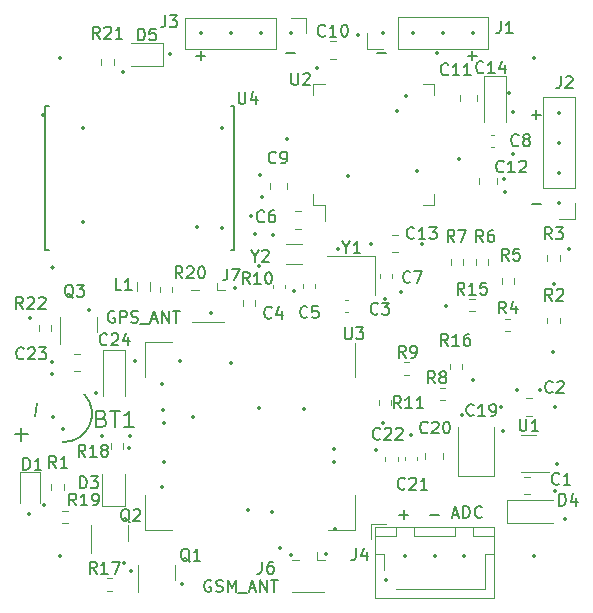
<source format=gbr>
%TF.GenerationSoftware,KiCad,Pcbnew,7.0.9*%
%TF.CreationDate,2024-01-29T23:24:25+02:00*%
%TF.ProjectId,TheftShield_Tracker,54686566-7453-4686-9965-6c645f547261,rev?*%
%TF.SameCoordinates,Original*%
%TF.FileFunction,Legend,Top*%
%TF.FilePolarity,Positive*%
%FSLAX46Y46*%
G04 Gerber Fmt 4.6, Leading zero omitted, Abs format (unit mm)*
G04 Created by KiCad (PCBNEW 7.0.9) date 2024-01-29 23:24:25*
%MOMM*%
%LPD*%
G01*
G04 APERTURE LIST*
%ADD10C,0.150000*%
%ADD11C,0.120000*%
%ADD12C,0.127000*%
%ADD13C,0.200000*%
%ADD14C,0.350000*%
G04 APERTURE END LIST*
D10*
X145683188Y-125333838D02*
X145587950Y-125286219D01*
X145587950Y-125286219D02*
X145445093Y-125286219D01*
X145445093Y-125286219D02*
X145302236Y-125333838D01*
X145302236Y-125333838D02*
X145206998Y-125429076D01*
X145206998Y-125429076D02*
X145159379Y-125524314D01*
X145159379Y-125524314D02*
X145111760Y-125714790D01*
X145111760Y-125714790D02*
X145111760Y-125857647D01*
X145111760Y-125857647D02*
X145159379Y-126048123D01*
X145159379Y-126048123D02*
X145206998Y-126143361D01*
X145206998Y-126143361D02*
X145302236Y-126238600D01*
X145302236Y-126238600D02*
X145445093Y-126286219D01*
X145445093Y-126286219D02*
X145540331Y-126286219D01*
X145540331Y-126286219D02*
X145683188Y-126238600D01*
X145683188Y-126238600D02*
X145730807Y-126190980D01*
X145730807Y-126190980D02*
X145730807Y-125857647D01*
X145730807Y-125857647D02*
X145540331Y-125857647D01*
X146111760Y-126238600D02*
X146254617Y-126286219D01*
X146254617Y-126286219D02*
X146492712Y-126286219D01*
X146492712Y-126286219D02*
X146587950Y-126238600D01*
X146587950Y-126238600D02*
X146635569Y-126190980D01*
X146635569Y-126190980D02*
X146683188Y-126095742D01*
X146683188Y-126095742D02*
X146683188Y-126000504D01*
X146683188Y-126000504D02*
X146635569Y-125905266D01*
X146635569Y-125905266D02*
X146587950Y-125857647D01*
X146587950Y-125857647D02*
X146492712Y-125810028D01*
X146492712Y-125810028D02*
X146302236Y-125762409D01*
X146302236Y-125762409D02*
X146206998Y-125714790D01*
X146206998Y-125714790D02*
X146159379Y-125667171D01*
X146159379Y-125667171D02*
X146111760Y-125571933D01*
X146111760Y-125571933D02*
X146111760Y-125476695D01*
X146111760Y-125476695D02*
X146159379Y-125381457D01*
X146159379Y-125381457D02*
X146206998Y-125333838D01*
X146206998Y-125333838D02*
X146302236Y-125286219D01*
X146302236Y-125286219D02*
X146540331Y-125286219D01*
X146540331Y-125286219D02*
X146683188Y-125333838D01*
X147111760Y-126286219D02*
X147111760Y-125286219D01*
X147111760Y-125286219D02*
X147445093Y-126000504D01*
X147445093Y-126000504D02*
X147778426Y-125286219D01*
X147778426Y-125286219D02*
X147778426Y-126286219D01*
X148016522Y-126381457D02*
X148778426Y-126381457D01*
X148968903Y-126000504D02*
X149445093Y-126000504D01*
X148873665Y-126286219D02*
X149206998Y-125286219D01*
X149206998Y-125286219D02*
X149540331Y-126286219D01*
X149873665Y-126286219D02*
X149873665Y-125286219D01*
X149873665Y-125286219D02*
X150445093Y-126286219D01*
X150445093Y-126286219D02*
X150445093Y-125286219D01*
X150778427Y-125286219D02*
X151349855Y-125286219D01*
X151064141Y-126286219D02*
X151064141Y-125286219D01*
X172836779Y-85888866D02*
X173598684Y-85888866D01*
X173217731Y-86269819D02*
X173217731Y-85507914D01*
X159736779Y-80688866D02*
X160498684Y-80688866D01*
X172836779Y-93488866D02*
X173598684Y-93488866D01*
X144436779Y-80888866D02*
X145198684Y-80888866D01*
X144817731Y-81269819D02*
X144817731Y-80507914D01*
X164268379Y-119757866D02*
X165030284Y-119757866D01*
X152036779Y-80688866D02*
X152798684Y-80688866D01*
X167436779Y-80888866D02*
X168198684Y-80888866D01*
X167817731Y-81269819D02*
X167817731Y-80507914D01*
X166151160Y-119751504D02*
X166627350Y-119751504D01*
X166055922Y-120037219D02*
X166389255Y-119037219D01*
X166389255Y-119037219D02*
X166722588Y-120037219D01*
X167055922Y-120037219D02*
X167055922Y-119037219D01*
X167055922Y-119037219D02*
X167294017Y-119037219D01*
X167294017Y-119037219D02*
X167436874Y-119084838D01*
X167436874Y-119084838D02*
X167532112Y-119180076D01*
X167532112Y-119180076D02*
X167579731Y-119275314D01*
X167579731Y-119275314D02*
X167627350Y-119465790D01*
X167627350Y-119465790D02*
X167627350Y-119608647D01*
X167627350Y-119608647D02*
X167579731Y-119799123D01*
X167579731Y-119799123D02*
X167532112Y-119894361D01*
X167532112Y-119894361D02*
X167436874Y-119989600D01*
X167436874Y-119989600D02*
X167294017Y-120037219D01*
X167294017Y-120037219D02*
X167055922Y-120037219D01*
X168627350Y-119941980D02*
X168579731Y-119989600D01*
X168579731Y-119989600D02*
X168436874Y-120037219D01*
X168436874Y-120037219D02*
X168341636Y-120037219D01*
X168341636Y-120037219D02*
X168198779Y-119989600D01*
X168198779Y-119989600D02*
X168103541Y-119894361D01*
X168103541Y-119894361D02*
X168055922Y-119799123D01*
X168055922Y-119799123D02*
X168008303Y-119608647D01*
X168008303Y-119608647D02*
X168008303Y-119465790D01*
X168008303Y-119465790D02*
X168055922Y-119275314D01*
X168055922Y-119275314D02*
X168103541Y-119180076D01*
X168103541Y-119180076D02*
X168198779Y-119084838D01*
X168198779Y-119084838D02*
X168341636Y-119037219D01*
X168341636Y-119037219D02*
X168436874Y-119037219D01*
X168436874Y-119037219D02*
X168579731Y-119084838D01*
X168579731Y-119084838D02*
X168627350Y-119132457D01*
X161652179Y-119783266D02*
X162414084Y-119783266D01*
X162033131Y-120164219D02*
X162033131Y-119402314D01*
X137512588Y-102549438D02*
X137417350Y-102501819D01*
X137417350Y-102501819D02*
X137274493Y-102501819D01*
X137274493Y-102501819D02*
X137131636Y-102549438D01*
X137131636Y-102549438D02*
X137036398Y-102644676D01*
X137036398Y-102644676D02*
X136988779Y-102739914D01*
X136988779Y-102739914D02*
X136941160Y-102930390D01*
X136941160Y-102930390D02*
X136941160Y-103073247D01*
X136941160Y-103073247D02*
X136988779Y-103263723D01*
X136988779Y-103263723D02*
X137036398Y-103358961D01*
X137036398Y-103358961D02*
X137131636Y-103454200D01*
X137131636Y-103454200D02*
X137274493Y-103501819D01*
X137274493Y-103501819D02*
X137369731Y-103501819D01*
X137369731Y-103501819D02*
X137512588Y-103454200D01*
X137512588Y-103454200D02*
X137560207Y-103406580D01*
X137560207Y-103406580D02*
X137560207Y-103073247D01*
X137560207Y-103073247D02*
X137369731Y-103073247D01*
X137988779Y-103501819D02*
X137988779Y-102501819D01*
X137988779Y-102501819D02*
X138369731Y-102501819D01*
X138369731Y-102501819D02*
X138464969Y-102549438D01*
X138464969Y-102549438D02*
X138512588Y-102597057D01*
X138512588Y-102597057D02*
X138560207Y-102692295D01*
X138560207Y-102692295D02*
X138560207Y-102835152D01*
X138560207Y-102835152D02*
X138512588Y-102930390D01*
X138512588Y-102930390D02*
X138464969Y-102978009D01*
X138464969Y-102978009D02*
X138369731Y-103025628D01*
X138369731Y-103025628D02*
X137988779Y-103025628D01*
X138941160Y-103454200D02*
X139084017Y-103501819D01*
X139084017Y-103501819D02*
X139322112Y-103501819D01*
X139322112Y-103501819D02*
X139417350Y-103454200D01*
X139417350Y-103454200D02*
X139464969Y-103406580D01*
X139464969Y-103406580D02*
X139512588Y-103311342D01*
X139512588Y-103311342D02*
X139512588Y-103216104D01*
X139512588Y-103216104D02*
X139464969Y-103120866D01*
X139464969Y-103120866D02*
X139417350Y-103073247D01*
X139417350Y-103073247D02*
X139322112Y-103025628D01*
X139322112Y-103025628D02*
X139131636Y-102978009D01*
X139131636Y-102978009D02*
X139036398Y-102930390D01*
X139036398Y-102930390D02*
X138988779Y-102882771D01*
X138988779Y-102882771D02*
X138941160Y-102787533D01*
X138941160Y-102787533D02*
X138941160Y-102692295D01*
X138941160Y-102692295D02*
X138988779Y-102597057D01*
X138988779Y-102597057D02*
X139036398Y-102549438D01*
X139036398Y-102549438D02*
X139131636Y-102501819D01*
X139131636Y-102501819D02*
X139369731Y-102501819D01*
X139369731Y-102501819D02*
X139512588Y-102549438D01*
X139703065Y-103597057D02*
X140464969Y-103597057D01*
X140655446Y-103216104D02*
X141131636Y-103216104D01*
X140560208Y-103501819D02*
X140893541Y-102501819D01*
X140893541Y-102501819D02*
X141226874Y-103501819D01*
X141560208Y-103501819D02*
X141560208Y-102501819D01*
X141560208Y-102501819D02*
X142131636Y-103501819D01*
X142131636Y-103501819D02*
X142131636Y-102501819D01*
X142464970Y-102501819D02*
X143036398Y-102501819D01*
X142750684Y-103501819D02*
X142750684Y-102501819D01*
X170894133Y-98245419D02*
X170560800Y-97769228D01*
X170322705Y-98245419D02*
X170322705Y-97245419D01*
X170322705Y-97245419D02*
X170703657Y-97245419D01*
X170703657Y-97245419D02*
X170798895Y-97293038D01*
X170798895Y-97293038D02*
X170846514Y-97340657D01*
X170846514Y-97340657D02*
X170894133Y-97435895D01*
X170894133Y-97435895D02*
X170894133Y-97578752D01*
X170894133Y-97578752D02*
X170846514Y-97673990D01*
X170846514Y-97673990D02*
X170798895Y-97721609D01*
X170798895Y-97721609D02*
X170703657Y-97769228D01*
X170703657Y-97769228D02*
X170322705Y-97769228D01*
X171798895Y-97245419D02*
X171322705Y-97245419D01*
X171322705Y-97245419D02*
X171275086Y-97721609D01*
X171275086Y-97721609D02*
X171322705Y-97673990D01*
X171322705Y-97673990D02*
X171417943Y-97626371D01*
X171417943Y-97626371D02*
X171656038Y-97626371D01*
X171656038Y-97626371D02*
X171751276Y-97673990D01*
X171751276Y-97673990D02*
X171798895Y-97721609D01*
X171798895Y-97721609D02*
X171846514Y-97816847D01*
X171846514Y-97816847D02*
X171846514Y-98054942D01*
X171846514Y-98054942D02*
X171798895Y-98150180D01*
X171798895Y-98150180D02*
X171751276Y-98197800D01*
X171751276Y-98197800D02*
X171656038Y-98245419D01*
X171656038Y-98245419D02*
X171417943Y-98245419D01*
X171417943Y-98245419D02*
X171322705Y-98197800D01*
X171322705Y-98197800D02*
X171275086Y-98150180D01*
X164025342Y-112779980D02*
X163977723Y-112827600D01*
X163977723Y-112827600D02*
X163834866Y-112875219D01*
X163834866Y-112875219D02*
X163739628Y-112875219D01*
X163739628Y-112875219D02*
X163596771Y-112827600D01*
X163596771Y-112827600D02*
X163501533Y-112732361D01*
X163501533Y-112732361D02*
X163453914Y-112637123D01*
X163453914Y-112637123D02*
X163406295Y-112446647D01*
X163406295Y-112446647D02*
X163406295Y-112303790D01*
X163406295Y-112303790D02*
X163453914Y-112113314D01*
X163453914Y-112113314D02*
X163501533Y-112018076D01*
X163501533Y-112018076D02*
X163596771Y-111922838D01*
X163596771Y-111922838D02*
X163739628Y-111875219D01*
X163739628Y-111875219D02*
X163834866Y-111875219D01*
X163834866Y-111875219D02*
X163977723Y-111922838D01*
X163977723Y-111922838D02*
X164025342Y-111970457D01*
X164406295Y-111970457D02*
X164453914Y-111922838D01*
X164453914Y-111922838D02*
X164549152Y-111875219D01*
X164549152Y-111875219D02*
X164787247Y-111875219D01*
X164787247Y-111875219D02*
X164882485Y-111922838D01*
X164882485Y-111922838D02*
X164930104Y-111970457D01*
X164930104Y-111970457D02*
X164977723Y-112065695D01*
X164977723Y-112065695D02*
X164977723Y-112160933D01*
X164977723Y-112160933D02*
X164930104Y-112303790D01*
X164930104Y-112303790D02*
X164358676Y-112875219D01*
X164358676Y-112875219D02*
X164977723Y-112875219D01*
X165596771Y-111875219D02*
X165692009Y-111875219D01*
X165692009Y-111875219D02*
X165787247Y-111922838D01*
X165787247Y-111922838D02*
X165834866Y-111970457D01*
X165834866Y-111970457D02*
X165882485Y-112065695D01*
X165882485Y-112065695D02*
X165930104Y-112256171D01*
X165930104Y-112256171D02*
X165930104Y-112494266D01*
X165930104Y-112494266D02*
X165882485Y-112684742D01*
X165882485Y-112684742D02*
X165834866Y-112779980D01*
X165834866Y-112779980D02*
X165787247Y-112827600D01*
X165787247Y-112827600D02*
X165692009Y-112875219D01*
X165692009Y-112875219D02*
X165596771Y-112875219D01*
X165596771Y-112875219D02*
X165501533Y-112827600D01*
X165501533Y-112827600D02*
X165453914Y-112779980D01*
X165453914Y-112779980D02*
X165406295Y-112684742D01*
X165406295Y-112684742D02*
X165358676Y-112494266D01*
X165358676Y-112494266D02*
X165358676Y-112256171D01*
X165358676Y-112256171D02*
X165406295Y-112065695D01*
X165406295Y-112065695D02*
X165453914Y-111970457D01*
X165453914Y-111970457D02*
X165501533Y-111922838D01*
X165501533Y-111922838D02*
X165596771Y-111875219D01*
X136428637Y-111616196D02*
X136628957Y-111682970D01*
X136628957Y-111682970D02*
X136695731Y-111749743D01*
X136695731Y-111749743D02*
X136762504Y-111883290D01*
X136762504Y-111883290D02*
X136762504Y-112083611D01*
X136762504Y-112083611D02*
X136695731Y-112217158D01*
X136695731Y-112217158D02*
X136628957Y-112283932D01*
X136628957Y-112283932D02*
X136495410Y-112350705D01*
X136495410Y-112350705D02*
X135961222Y-112350705D01*
X135961222Y-112350705D02*
X135961222Y-110948461D01*
X135961222Y-110948461D02*
X136428637Y-110948461D01*
X136428637Y-110948461D02*
X136562184Y-111015235D01*
X136562184Y-111015235D02*
X136628957Y-111082008D01*
X136628957Y-111082008D02*
X136695731Y-111215555D01*
X136695731Y-111215555D02*
X136695731Y-111349102D01*
X136695731Y-111349102D02*
X136628957Y-111482649D01*
X136628957Y-111482649D02*
X136562184Y-111549423D01*
X136562184Y-111549423D02*
X136428637Y-111616196D01*
X136428637Y-111616196D02*
X135961222Y-111616196D01*
X137163146Y-110948461D02*
X137964428Y-110948461D01*
X137563787Y-112350705D02*
X137563787Y-110948461D01*
X139166351Y-112350705D02*
X138365069Y-112350705D01*
X138765710Y-112350705D02*
X138765710Y-110948461D01*
X138765710Y-110948461D02*
X138632163Y-111148782D01*
X138632163Y-111148782D02*
X138498616Y-111282329D01*
X138498616Y-111282329D02*
X138365069Y-111349102D01*
X129099574Y-112959439D02*
X130167225Y-112959439D01*
X129633399Y-113493264D02*
X129633399Y-112425613D01*
X135057142Y-114831019D02*
X134723809Y-114354828D01*
X134485714Y-114831019D02*
X134485714Y-113831019D01*
X134485714Y-113831019D02*
X134866666Y-113831019D01*
X134866666Y-113831019D02*
X134961904Y-113878638D01*
X134961904Y-113878638D02*
X135009523Y-113926257D01*
X135009523Y-113926257D02*
X135057142Y-114021495D01*
X135057142Y-114021495D02*
X135057142Y-114164352D01*
X135057142Y-114164352D02*
X135009523Y-114259590D01*
X135009523Y-114259590D02*
X134961904Y-114307209D01*
X134961904Y-114307209D02*
X134866666Y-114354828D01*
X134866666Y-114354828D02*
X134485714Y-114354828D01*
X136009523Y-114831019D02*
X135438095Y-114831019D01*
X135723809Y-114831019D02*
X135723809Y-113831019D01*
X135723809Y-113831019D02*
X135628571Y-113973876D01*
X135628571Y-113973876D02*
X135533333Y-114069114D01*
X135533333Y-114069114D02*
X135438095Y-114116733D01*
X136580952Y-114259590D02*
X136485714Y-114211971D01*
X136485714Y-114211971D02*
X136438095Y-114164352D01*
X136438095Y-114164352D02*
X136390476Y-114069114D01*
X136390476Y-114069114D02*
X136390476Y-114021495D01*
X136390476Y-114021495D02*
X136438095Y-113926257D01*
X136438095Y-113926257D02*
X136485714Y-113878638D01*
X136485714Y-113878638D02*
X136580952Y-113831019D01*
X136580952Y-113831019D02*
X136771428Y-113831019D01*
X136771428Y-113831019D02*
X136866666Y-113878638D01*
X136866666Y-113878638D02*
X136914285Y-113926257D01*
X136914285Y-113926257D02*
X136961904Y-114021495D01*
X136961904Y-114021495D02*
X136961904Y-114069114D01*
X136961904Y-114069114D02*
X136914285Y-114164352D01*
X136914285Y-114164352D02*
X136866666Y-114211971D01*
X136866666Y-114211971D02*
X136771428Y-114259590D01*
X136771428Y-114259590D02*
X136580952Y-114259590D01*
X136580952Y-114259590D02*
X136485714Y-114307209D01*
X136485714Y-114307209D02*
X136438095Y-114354828D01*
X136438095Y-114354828D02*
X136390476Y-114450066D01*
X136390476Y-114450066D02*
X136390476Y-114640542D01*
X136390476Y-114640542D02*
X136438095Y-114735780D01*
X136438095Y-114735780D02*
X136485714Y-114783400D01*
X136485714Y-114783400D02*
X136580952Y-114831019D01*
X136580952Y-114831019D02*
X136771428Y-114831019D01*
X136771428Y-114831019D02*
X136866666Y-114783400D01*
X136866666Y-114783400D02*
X136914285Y-114735780D01*
X136914285Y-114735780D02*
X136961904Y-114640542D01*
X136961904Y-114640542D02*
X136961904Y-114450066D01*
X136961904Y-114450066D02*
X136914285Y-114354828D01*
X136914285Y-114354828D02*
X136866666Y-114307209D01*
X136866666Y-114307209D02*
X136771428Y-114259590D01*
X162882342Y-96320780D02*
X162834723Y-96368400D01*
X162834723Y-96368400D02*
X162691866Y-96416019D01*
X162691866Y-96416019D02*
X162596628Y-96416019D01*
X162596628Y-96416019D02*
X162453771Y-96368400D01*
X162453771Y-96368400D02*
X162358533Y-96273161D01*
X162358533Y-96273161D02*
X162310914Y-96177923D01*
X162310914Y-96177923D02*
X162263295Y-95987447D01*
X162263295Y-95987447D02*
X162263295Y-95844590D01*
X162263295Y-95844590D02*
X162310914Y-95654114D01*
X162310914Y-95654114D02*
X162358533Y-95558876D01*
X162358533Y-95558876D02*
X162453771Y-95463638D01*
X162453771Y-95463638D02*
X162596628Y-95416019D01*
X162596628Y-95416019D02*
X162691866Y-95416019D01*
X162691866Y-95416019D02*
X162834723Y-95463638D01*
X162834723Y-95463638D02*
X162882342Y-95511257D01*
X163834723Y-96416019D02*
X163263295Y-96416019D01*
X163549009Y-96416019D02*
X163549009Y-95416019D01*
X163549009Y-95416019D02*
X163453771Y-95558876D01*
X163453771Y-95558876D02*
X163358533Y-95654114D01*
X163358533Y-95654114D02*
X163263295Y-95701733D01*
X164168057Y-95416019D02*
X164787104Y-95416019D01*
X164787104Y-95416019D02*
X164453771Y-95796971D01*
X164453771Y-95796971D02*
X164596628Y-95796971D01*
X164596628Y-95796971D02*
X164691866Y-95844590D01*
X164691866Y-95844590D02*
X164739485Y-95892209D01*
X164739485Y-95892209D02*
X164787104Y-95987447D01*
X164787104Y-95987447D02*
X164787104Y-96225542D01*
X164787104Y-96225542D02*
X164739485Y-96320780D01*
X164739485Y-96320780D02*
X164691866Y-96368400D01*
X164691866Y-96368400D02*
X164596628Y-96416019D01*
X164596628Y-96416019D02*
X164310914Y-96416019D01*
X164310914Y-96416019D02*
X164215676Y-96368400D01*
X164215676Y-96368400D02*
X164168057Y-96320780D01*
X148038095Y-83954819D02*
X148038095Y-84764342D01*
X148038095Y-84764342D02*
X148085714Y-84859580D01*
X148085714Y-84859580D02*
X148133333Y-84907200D01*
X148133333Y-84907200D02*
X148228571Y-84954819D01*
X148228571Y-84954819D02*
X148419047Y-84954819D01*
X148419047Y-84954819D02*
X148514285Y-84907200D01*
X148514285Y-84907200D02*
X148561904Y-84859580D01*
X148561904Y-84859580D02*
X148609523Y-84764342D01*
X148609523Y-84764342D02*
X148609523Y-83954819D01*
X149514285Y-84288152D02*
X149514285Y-84954819D01*
X149276190Y-83907200D02*
X149038095Y-84621485D01*
X149038095Y-84621485D02*
X149657142Y-84621485D01*
X150193133Y-94898980D02*
X150145514Y-94946600D01*
X150145514Y-94946600D02*
X150002657Y-94994219D01*
X150002657Y-94994219D02*
X149907419Y-94994219D01*
X149907419Y-94994219D02*
X149764562Y-94946600D01*
X149764562Y-94946600D02*
X149669324Y-94851361D01*
X149669324Y-94851361D02*
X149621705Y-94756123D01*
X149621705Y-94756123D02*
X149574086Y-94565647D01*
X149574086Y-94565647D02*
X149574086Y-94422790D01*
X149574086Y-94422790D02*
X149621705Y-94232314D01*
X149621705Y-94232314D02*
X149669324Y-94137076D01*
X149669324Y-94137076D02*
X149764562Y-94041838D01*
X149764562Y-94041838D02*
X149907419Y-93994219D01*
X149907419Y-93994219D02*
X150002657Y-93994219D01*
X150002657Y-93994219D02*
X150145514Y-94041838D01*
X150145514Y-94041838D02*
X150193133Y-94089457D01*
X151050276Y-93994219D02*
X150859800Y-93994219D01*
X150859800Y-93994219D02*
X150764562Y-94041838D01*
X150764562Y-94041838D02*
X150716943Y-94089457D01*
X150716943Y-94089457D02*
X150621705Y-94232314D01*
X150621705Y-94232314D02*
X150574086Y-94422790D01*
X150574086Y-94422790D02*
X150574086Y-94803742D01*
X150574086Y-94803742D02*
X150621705Y-94898980D01*
X150621705Y-94898980D02*
X150669324Y-94946600D01*
X150669324Y-94946600D02*
X150764562Y-94994219D01*
X150764562Y-94994219D02*
X150955038Y-94994219D01*
X150955038Y-94994219D02*
X151050276Y-94946600D01*
X151050276Y-94946600D02*
X151097895Y-94898980D01*
X151097895Y-94898980D02*
X151145514Y-94803742D01*
X151145514Y-94803742D02*
X151145514Y-94565647D01*
X151145514Y-94565647D02*
X151097895Y-94470409D01*
X151097895Y-94470409D02*
X151050276Y-94422790D01*
X151050276Y-94422790D02*
X150955038Y-94375171D01*
X150955038Y-94375171D02*
X150764562Y-94375171D01*
X150764562Y-94375171D02*
X150669324Y-94422790D01*
X150669324Y-94422790D02*
X150621705Y-94470409D01*
X150621705Y-94470409D02*
X150574086Y-94565647D01*
X175310066Y-82643619D02*
X175310066Y-83357904D01*
X175310066Y-83357904D02*
X175262447Y-83500761D01*
X175262447Y-83500761D02*
X175167209Y-83596000D01*
X175167209Y-83596000D02*
X175024352Y-83643619D01*
X175024352Y-83643619D02*
X174929114Y-83643619D01*
X175738638Y-82738857D02*
X175786257Y-82691238D01*
X175786257Y-82691238D02*
X175881495Y-82643619D01*
X175881495Y-82643619D02*
X176119590Y-82643619D01*
X176119590Y-82643619D02*
X176214828Y-82691238D01*
X176214828Y-82691238D02*
X176262447Y-82738857D01*
X176262447Y-82738857D02*
X176310066Y-82834095D01*
X176310066Y-82834095D02*
X176310066Y-82929333D01*
X176310066Y-82929333D02*
X176262447Y-83072190D01*
X176262447Y-83072190D02*
X175691019Y-83643619D01*
X175691019Y-83643619D02*
X176310066Y-83643619D01*
X136889942Y-105316780D02*
X136842323Y-105364400D01*
X136842323Y-105364400D02*
X136699466Y-105412019D01*
X136699466Y-105412019D02*
X136604228Y-105412019D01*
X136604228Y-105412019D02*
X136461371Y-105364400D01*
X136461371Y-105364400D02*
X136366133Y-105269161D01*
X136366133Y-105269161D02*
X136318514Y-105173923D01*
X136318514Y-105173923D02*
X136270895Y-104983447D01*
X136270895Y-104983447D02*
X136270895Y-104840590D01*
X136270895Y-104840590D02*
X136318514Y-104650114D01*
X136318514Y-104650114D02*
X136366133Y-104554876D01*
X136366133Y-104554876D02*
X136461371Y-104459638D01*
X136461371Y-104459638D02*
X136604228Y-104412019D01*
X136604228Y-104412019D02*
X136699466Y-104412019D01*
X136699466Y-104412019D02*
X136842323Y-104459638D01*
X136842323Y-104459638D02*
X136889942Y-104507257D01*
X137270895Y-104507257D02*
X137318514Y-104459638D01*
X137318514Y-104459638D02*
X137413752Y-104412019D01*
X137413752Y-104412019D02*
X137651847Y-104412019D01*
X137651847Y-104412019D02*
X137747085Y-104459638D01*
X137747085Y-104459638D02*
X137794704Y-104507257D01*
X137794704Y-104507257D02*
X137842323Y-104602495D01*
X137842323Y-104602495D02*
X137842323Y-104697733D01*
X137842323Y-104697733D02*
X137794704Y-104840590D01*
X137794704Y-104840590D02*
X137223276Y-105412019D01*
X137223276Y-105412019D02*
X137842323Y-105412019D01*
X138699466Y-104745352D02*
X138699466Y-105412019D01*
X138461371Y-104364400D02*
X138223276Y-105078685D01*
X138223276Y-105078685D02*
X138842323Y-105078685D01*
X168749742Y-82274580D02*
X168702123Y-82322200D01*
X168702123Y-82322200D02*
X168559266Y-82369819D01*
X168559266Y-82369819D02*
X168464028Y-82369819D01*
X168464028Y-82369819D02*
X168321171Y-82322200D01*
X168321171Y-82322200D02*
X168225933Y-82226961D01*
X168225933Y-82226961D02*
X168178314Y-82131723D01*
X168178314Y-82131723D02*
X168130695Y-81941247D01*
X168130695Y-81941247D02*
X168130695Y-81798390D01*
X168130695Y-81798390D02*
X168178314Y-81607914D01*
X168178314Y-81607914D02*
X168225933Y-81512676D01*
X168225933Y-81512676D02*
X168321171Y-81417438D01*
X168321171Y-81417438D02*
X168464028Y-81369819D01*
X168464028Y-81369819D02*
X168559266Y-81369819D01*
X168559266Y-81369819D02*
X168702123Y-81417438D01*
X168702123Y-81417438D02*
X168749742Y-81465057D01*
X169702123Y-82369819D02*
X169130695Y-82369819D01*
X169416409Y-82369819D02*
X169416409Y-81369819D01*
X169416409Y-81369819D02*
X169321171Y-81512676D01*
X169321171Y-81512676D02*
X169225933Y-81607914D01*
X169225933Y-81607914D02*
X169130695Y-81655533D01*
X170559266Y-81703152D02*
X170559266Y-82369819D01*
X170321171Y-81322200D02*
X170083076Y-82036485D01*
X170083076Y-82036485D02*
X170702123Y-82036485D01*
X157031095Y-103902419D02*
X157031095Y-104711942D01*
X157031095Y-104711942D02*
X157078714Y-104807180D01*
X157078714Y-104807180D02*
X157126333Y-104854800D01*
X157126333Y-104854800D02*
X157221571Y-104902419D01*
X157221571Y-104902419D02*
X157412047Y-104902419D01*
X157412047Y-104902419D02*
X157507285Y-104854800D01*
X157507285Y-104854800D02*
X157554904Y-104807180D01*
X157554904Y-104807180D02*
X157602523Y-104711942D01*
X157602523Y-104711942D02*
X157602523Y-103902419D01*
X157983476Y-103902419D02*
X158602523Y-103902419D01*
X158602523Y-103902419D02*
X158269190Y-104283371D01*
X158269190Y-104283371D02*
X158412047Y-104283371D01*
X158412047Y-104283371D02*
X158507285Y-104330990D01*
X158507285Y-104330990D02*
X158554904Y-104378609D01*
X158554904Y-104378609D02*
X158602523Y-104473847D01*
X158602523Y-104473847D02*
X158602523Y-104711942D01*
X158602523Y-104711942D02*
X158554904Y-104807180D01*
X158554904Y-104807180D02*
X158507285Y-104854800D01*
X158507285Y-104854800D02*
X158412047Y-104902419D01*
X158412047Y-104902419D02*
X158126333Y-104902419D01*
X158126333Y-104902419D02*
X158031095Y-104854800D01*
X158031095Y-104854800D02*
X157983476Y-104807180D01*
X129828742Y-106506780D02*
X129781123Y-106554400D01*
X129781123Y-106554400D02*
X129638266Y-106602019D01*
X129638266Y-106602019D02*
X129543028Y-106602019D01*
X129543028Y-106602019D02*
X129400171Y-106554400D01*
X129400171Y-106554400D02*
X129304933Y-106459161D01*
X129304933Y-106459161D02*
X129257314Y-106363923D01*
X129257314Y-106363923D02*
X129209695Y-106173447D01*
X129209695Y-106173447D02*
X129209695Y-106030590D01*
X129209695Y-106030590D02*
X129257314Y-105840114D01*
X129257314Y-105840114D02*
X129304933Y-105744876D01*
X129304933Y-105744876D02*
X129400171Y-105649638D01*
X129400171Y-105649638D02*
X129543028Y-105602019D01*
X129543028Y-105602019D02*
X129638266Y-105602019D01*
X129638266Y-105602019D02*
X129781123Y-105649638D01*
X129781123Y-105649638D02*
X129828742Y-105697257D01*
X130209695Y-105697257D02*
X130257314Y-105649638D01*
X130257314Y-105649638D02*
X130352552Y-105602019D01*
X130352552Y-105602019D02*
X130590647Y-105602019D01*
X130590647Y-105602019D02*
X130685885Y-105649638D01*
X130685885Y-105649638D02*
X130733504Y-105697257D01*
X130733504Y-105697257D02*
X130781123Y-105792495D01*
X130781123Y-105792495D02*
X130781123Y-105887733D01*
X130781123Y-105887733D02*
X130733504Y-106030590D01*
X130733504Y-106030590D02*
X130162076Y-106602019D01*
X130162076Y-106602019D02*
X130781123Y-106602019D01*
X131114457Y-105602019D02*
X131733504Y-105602019D01*
X131733504Y-105602019D02*
X131400171Y-105982971D01*
X131400171Y-105982971D02*
X131543028Y-105982971D01*
X131543028Y-105982971D02*
X131638266Y-106030590D01*
X131638266Y-106030590D02*
X131685885Y-106078209D01*
X131685885Y-106078209D02*
X131733504Y-106173447D01*
X131733504Y-106173447D02*
X131733504Y-106411542D01*
X131733504Y-106411542D02*
X131685885Y-106506780D01*
X131685885Y-106506780D02*
X131638266Y-106554400D01*
X131638266Y-106554400D02*
X131543028Y-106602019D01*
X131543028Y-106602019D02*
X131257314Y-106602019D01*
X131257314Y-106602019D02*
X131162076Y-106554400D01*
X131162076Y-106554400D02*
X131114457Y-106506780D01*
X168735133Y-96670619D02*
X168401800Y-96194428D01*
X168163705Y-96670619D02*
X168163705Y-95670619D01*
X168163705Y-95670619D02*
X168544657Y-95670619D01*
X168544657Y-95670619D02*
X168639895Y-95718238D01*
X168639895Y-95718238D02*
X168687514Y-95765857D01*
X168687514Y-95765857D02*
X168735133Y-95861095D01*
X168735133Y-95861095D02*
X168735133Y-96003952D01*
X168735133Y-96003952D02*
X168687514Y-96099190D01*
X168687514Y-96099190D02*
X168639895Y-96146809D01*
X168639895Y-96146809D02*
X168544657Y-96194428D01*
X168544657Y-96194428D02*
X168163705Y-96194428D01*
X169592276Y-95670619D02*
X169401800Y-95670619D01*
X169401800Y-95670619D02*
X169306562Y-95718238D01*
X169306562Y-95718238D02*
X169258943Y-95765857D01*
X169258943Y-95765857D02*
X169163705Y-95908714D01*
X169163705Y-95908714D02*
X169116086Y-96099190D01*
X169116086Y-96099190D02*
X169116086Y-96480142D01*
X169116086Y-96480142D02*
X169163705Y-96575380D01*
X169163705Y-96575380D02*
X169211324Y-96623000D01*
X169211324Y-96623000D02*
X169306562Y-96670619D01*
X169306562Y-96670619D02*
X169497038Y-96670619D01*
X169497038Y-96670619D02*
X169592276Y-96623000D01*
X169592276Y-96623000D02*
X169639895Y-96575380D01*
X169639895Y-96575380D02*
X169687514Y-96480142D01*
X169687514Y-96480142D02*
X169687514Y-96242047D01*
X169687514Y-96242047D02*
X169639895Y-96146809D01*
X169639895Y-96146809D02*
X169592276Y-96099190D01*
X169592276Y-96099190D02*
X169497038Y-96051571D01*
X169497038Y-96051571D02*
X169306562Y-96051571D01*
X169306562Y-96051571D02*
X169211324Y-96099190D01*
X169211324Y-96099190D02*
X169163705Y-96146809D01*
X169163705Y-96146809D02*
X169116086Y-96242047D01*
X165777942Y-82452380D02*
X165730323Y-82500000D01*
X165730323Y-82500000D02*
X165587466Y-82547619D01*
X165587466Y-82547619D02*
X165492228Y-82547619D01*
X165492228Y-82547619D02*
X165349371Y-82500000D01*
X165349371Y-82500000D02*
X165254133Y-82404761D01*
X165254133Y-82404761D02*
X165206514Y-82309523D01*
X165206514Y-82309523D02*
X165158895Y-82119047D01*
X165158895Y-82119047D02*
X165158895Y-81976190D01*
X165158895Y-81976190D02*
X165206514Y-81785714D01*
X165206514Y-81785714D02*
X165254133Y-81690476D01*
X165254133Y-81690476D02*
X165349371Y-81595238D01*
X165349371Y-81595238D02*
X165492228Y-81547619D01*
X165492228Y-81547619D02*
X165587466Y-81547619D01*
X165587466Y-81547619D02*
X165730323Y-81595238D01*
X165730323Y-81595238D02*
X165777942Y-81642857D01*
X166730323Y-82547619D02*
X166158895Y-82547619D01*
X166444609Y-82547619D02*
X166444609Y-81547619D01*
X166444609Y-81547619D02*
X166349371Y-81690476D01*
X166349371Y-81690476D02*
X166254133Y-81785714D01*
X166254133Y-81785714D02*
X166158895Y-81833333D01*
X167682704Y-82547619D02*
X167111276Y-82547619D01*
X167396990Y-82547619D02*
X167396990Y-81547619D01*
X167396990Y-81547619D02*
X167301752Y-81690476D01*
X167301752Y-81690476D02*
X167206514Y-81785714D01*
X167206514Y-81785714D02*
X167111276Y-81833333D01*
X170673733Y-102715219D02*
X170340400Y-102239028D01*
X170102305Y-102715219D02*
X170102305Y-101715219D01*
X170102305Y-101715219D02*
X170483257Y-101715219D01*
X170483257Y-101715219D02*
X170578495Y-101762838D01*
X170578495Y-101762838D02*
X170626114Y-101810457D01*
X170626114Y-101810457D02*
X170673733Y-101905695D01*
X170673733Y-101905695D02*
X170673733Y-102048552D01*
X170673733Y-102048552D02*
X170626114Y-102143790D01*
X170626114Y-102143790D02*
X170578495Y-102191409D01*
X170578495Y-102191409D02*
X170483257Y-102239028D01*
X170483257Y-102239028D02*
X170102305Y-102239028D01*
X171530876Y-102048552D02*
X171530876Y-102715219D01*
X171292781Y-101667600D02*
X171054686Y-102381885D01*
X171054686Y-102381885D02*
X171673733Y-102381885D01*
X136288542Y-79448819D02*
X135955209Y-78972628D01*
X135717114Y-79448819D02*
X135717114Y-78448819D01*
X135717114Y-78448819D02*
X136098066Y-78448819D01*
X136098066Y-78448819D02*
X136193304Y-78496438D01*
X136193304Y-78496438D02*
X136240923Y-78544057D01*
X136240923Y-78544057D02*
X136288542Y-78639295D01*
X136288542Y-78639295D02*
X136288542Y-78782152D01*
X136288542Y-78782152D02*
X136240923Y-78877390D01*
X136240923Y-78877390D02*
X136193304Y-78925009D01*
X136193304Y-78925009D02*
X136098066Y-78972628D01*
X136098066Y-78972628D02*
X135717114Y-78972628D01*
X136669495Y-78544057D02*
X136717114Y-78496438D01*
X136717114Y-78496438D02*
X136812352Y-78448819D01*
X136812352Y-78448819D02*
X137050447Y-78448819D01*
X137050447Y-78448819D02*
X137145685Y-78496438D01*
X137145685Y-78496438D02*
X137193304Y-78544057D01*
X137193304Y-78544057D02*
X137240923Y-78639295D01*
X137240923Y-78639295D02*
X137240923Y-78734533D01*
X137240923Y-78734533D02*
X137193304Y-78877390D01*
X137193304Y-78877390D02*
X136621876Y-79448819D01*
X136621876Y-79448819D02*
X137240923Y-79448819D01*
X138193304Y-79448819D02*
X137621876Y-79448819D01*
X137907590Y-79448819D02*
X137907590Y-78448819D01*
X137907590Y-78448819D02*
X137812352Y-78591676D01*
X137812352Y-78591676D02*
X137717114Y-78686914D01*
X137717114Y-78686914D02*
X137621876Y-78734533D01*
X166296733Y-96645219D02*
X165963400Y-96169028D01*
X165725305Y-96645219D02*
X165725305Y-95645219D01*
X165725305Y-95645219D02*
X166106257Y-95645219D01*
X166106257Y-95645219D02*
X166201495Y-95692838D01*
X166201495Y-95692838D02*
X166249114Y-95740457D01*
X166249114Y-95740457D02*
X166296733Y-95835695D01*
X166296733Y-95835695D02*
X166296733Y-95978552D01*
X166296733Y-95978552D02*
X166249114Y-96073790D01*
X166249114Y-96073790D02*
X166201495Y-96121409D01*
X166201495Y-96121409D02*
X166106257Y-96169028D01*
X166106257Y-96169028D02*
X165725305Y-96169028D01*
X166630067Y-95645219D02*
X167296733Y-95645219D01*
X167296733Y-95645219D02*
X166868162Y-96645219D01*
X134281942Y-118971219D02*
X133948609Y-118495028D01*
X133710514Y-118971219D02*
X133710514Y-117971219D01*
X133710514Y-117971219D02*
X134091466Y-117971219D01*
X134091466Y-117971219D02*
X134186704Y-118018838D01*
X134186704Y-118018838D02*
X134234323Y-118066457D01*
X134234323Y-118066457D02*
X134281942Y-118161695D01*
X134281942Y-118161695D02*
X134281942Y-118304552D01*
X134281942Y-118304552D02*
X134234323Y-118399790D01*
X134234323Y-118399790D02*
X134186704Y-118447409D01*
X134186704Y-118447409D02*
X134091466Y-118495028D01*
X134091466Y-118495028D02*
X133710514Y-118495028D01*
X135234323Y-118971219D02*
X134662895Y-118971219D01*
X134948609Y-118971219D02*
X134948609Y-117971219D01*
X134948609Y-117971219D02*
X134853371Y-118114076D01*
X134853371Y-118114076D02*
X134758133Y-118209314D01*
X134758133Y-118209314D02*
X134662895Y-118256933D01*
X135710514Y-118971219D02*
X135900990Y-118971219D01*
X135900990Y-118971219D02*
X135996228Y-118923600D01*
X135996228Y-118923600D02*
X136043847Y-118875980D01*
X136043847Y-118875980D02*
X136139085Y-118733123D01*
X136139085Y-118733123D02*
X136186704Y-118542647D01*
X136186704Y-118542647D02*
X136186704Y-118161695D01*
X136186704Y-118161695D02*
X136139085Y-118066457D01*
X136139085Y-118066457D02*
X136091466Y-118018838D01*
X136091466Y-118018838D02*
X135996228Y-117971219D01*
X135996228Y-117971219D02*
X135805752Y-117971219D01*
X135805752Y-117971219D02*
X135710514Y-118018838D01*
X135710514Y-118018838D02*
X135662895Y-118066457D01*
X135662895Y-118066457D02*
X135615276Y-118161695D01*
X135615276Y-118161695D02*
X135615276Y-118399790D01*
X135615276Y-118399790D02*
X135662895Y-118495028D01*
X135662895Y-118495028D02*
X135710514Y-118542647D01*
X135710514Y-118542647D02*
X135805752Y-118590266D01*
X135805752Y-118590266D02*
X135996228Y-118590266D01*
X135996228Y-118590266D02*
X136091466Y-118542647D01*
X136091466Y-118542647D02*
X136139085Y-118495028D01*
X136139085Y-118495028D02*
X136186704Y-118399790D01*
X167141342Y-101115619D02*
X166808009Y-100639428D01*
X166569914Y-101115619D02*
X166569914Y-100115619D01*
X166569914Y-100115619D02*
X166950866Y-100115619D01*
X166950866Y-100115619D02*
X167046104Y-100163238D01*
X167046104Y-100163238D02*
X167093723Y-100210857D01*
X167093723Y-100210857D02*
X167141342Y-100306095D01*
X167141342Y-100306095D02*
X167141342Y-100448952D01*
X167141342Y-100448952D02*
X167093723Y-100544190D01*
X167093723Y-100544190D02*
X167046104Y-100591809D01*
X167046104Y-100591809D02*
X166950866Y-100639428D01*
X166950866Y-100639428D02*
X166569914Y-100639428D01*
X168093723Y-101115619D02*
X167522295Y-101115619D01*
X167808009Y-101115619D02*
X167808009Y-100115619D01*
X167808009Y-100115619D02*
X167712771Y-100258476D01*
X167712771Y-100258476D02*
X167617533Y-100353714D01*
X167617533Y-100353714D02*
X167522295Y-100401333D01*
X168998485Y-100115619D02*
X168522295Y-100115619D01*
X168522295Y-100115619D02*
X168474676Y-100591809D01*
X168474676Y-100591809D02*
X168522295Y-100544190D01*
X168522295Y-100544190D02*
X168617533Y-100496571D01*
X168617533Y-100496571D02*
X168855628Y-100496571D01*
X168855628Y-100496571D02*
X168950866Y-100544190D01*
X168950866Y-100544190D02*
X168998485Y-100591809D01*
X168998485Y-100591809D02*
X169046104Y-100687047D01*
X169046104Y-100687047D02*
X169046104Y-100925142D01*
X169046104Y-100925142D02*
X168998485Y-101020380D01*
X168998485Y-101020380D02*
X168950866Y-101068000D01*
X168950866Y-101068000D02*
X168855628Y-101115619D01*
X168855628Y-101115619D02*
X168617533Y-101115619D01*
X168617533Y-101115619D02*
X168522295Y-101068000D01*
X168522295Y-101068000D02*
X168474676Y-101020380D01*
X164653933Y-108633419D02*
X164320600Y-108157228D01*
X164082505Y-108633419D02*
X164082505Y-107633419D01*
X164082505Y-107633419D02*
X164463457Y-107633419D01*
X164463457Y-107633419D02*
X164558695Y-107681038D01*
X164558695Y-107681038D02*
X164606314Y-107728657D01*
X164606314Y-107728657D02*
X164653933Y-107823895D01*
X164653933Y-107823895D02*
X164653933Y-107966752D01*
X164653933Y-107966752D02*
X164606314Y-108061990D01*
X164606314Y-108061990D02*
X164558695Y-108109609D01*
X164558695Y-108109609D02*
X164463457Y-108157228D01*
X164463457Y-108157228D02*
X164082505Y-108157228D01*
X165225362Y-108061990D02*
X165130124Y-108014371D01*
X165130124Y-108014371D02*
X165082505Y-107966752D01*
X165082505Y-107966752D02*
X165034886Y-107871514D01*
X165034886Y-107871514D02*
X165034886Y-107823895D01*
X165034886Y-107823895D02*
X165082505Y-107728657D01*
X165082505Y-107728657D02*
X165130124Y-107681038D01*
X165130124Y-107681038D02*
X165225362Y-107633419D01*
X165225362Y-107633419D02*
X165415838Y-107633419D01*
X165415838Y-107633419D02*
X165511076Y-107681038D01*
X165511076Y-107681038D02*
X165558695Y-107728657D01*
X165558695Y-107728657D02*
X165606314Y-107823895D01*
X165606314Y-107823895D02*
X165606314Y-107871514D01*
X165606314Y-107871514D02*
X165558695Y-107966752D01*
X165558695Y-107966752D02*
X165511076Y-108014371D01*
X165511076Y-108014371D02*
X165415838Y-108061990D01*
X165415838Y-108061990D02*
X165225362Y-108061990D01*
X165225362Y-108061990D02*
X165130124Y-108109609D01*
X165130124Y-108109609D02*
X165082505Y-108157228D01*
X165082505Y-108157228D02*
X165034886Y-108252466D01*
X165034886Y-108252466D02*
X165034886Y-108442942D01*
X165034886Y-108442942D02*
X165082505Y-108538180D01*
X165082505Y-108538180D02*
X165130124Y-108585800D01*
X165130124Y-108585800D02*
X165225362Y-108633419D01*
X165225362Y-108633419D02*
X165415838Y-108633419D01*
X165415838Y-108633419D02*
X165511076Y-108585800D01*
X165511076Y-108585800D02*
X165558695Y-108538180D01*
X165558695Y-108538180D02*
X165606314Y-108442942D01*
X165606314Y-108442942D02*
X165606314Y-108252466D01*
X165606314Y-108252466D02*
X165558695Y-108157228D01*
X165558695Y-108157228D02*
X165511076Y-108109609D01*
X165511076Y-108109609D02*
X165415838Y-108061990D01*
X141805066Y-77483619D02*
X141805066Y-78197904D01*
X141805066Y-78197904D02*
X141757447Y-78340761D01*
X141757447Y-78340761D02*
X141662209Y-78436000D01*
X141662209Y-78436000D02*
X141519352Y-78483619D01*
X141519352Y-78483619D02*
X141424114Y-78483619D01*
X142186019Y-77483619D02*
X142805066Y-77483619D01*
X142805066Y-77483619D02*
X142471733Y-77864571D01*
X142471733Y-77864571D02*
X142614590Y-77864571D01*
X142614590Y-77864571D02*
X142709828Y-77912190D01*
X142709828Y-77912190D02*
X142757447Y-77959809D01*
X142757447Y-77959809D02*
X142805066Y-78055047D01*
X142805066Y-78055047D02*
X142805066Y-78293142D01*
X142805066Y-78293142D02*
X142757447Y-78388380D01*
X142757447Y-78388380D02*
X142709828Y-78436000D01*
X142709828Y-78436000D02*
X142614590Y-78483619D01*
X142614590Y-78483619D02*
X142328876Y-78483619D01*
X142328876Y-78483619D02*
X142233638Y-78436000D01*
X142233638Y-78436000D02*
X142186019Y-78388380D01*
X149401009Y-97845428D02*
X149401009Y-98321619D01*
X149067676Y-97321619D02*
X149401009Y-97845428D01*
X149401009Y-97845428D02*
X149734342Y-97321619D01*
X150020057Y-97416857D02*
X150067676Y-97369238D01*
X150067676Y-97369238D02*
X150162914Y-97321619D01*
X150162914Y-97321619D02*
X150401009Y-97321619D01*
X150401009Y-97321619D02*
X150496247Y-97369238D01*
X150496247Y-97369238D02*
X150543866Y-97416857D01*
X150543866Y-97416857D02*
X150591485Y-97512095D01*
X150591485Y-97512095D02*
X150591485Y-97607333D01*
X150591485Y-97607333D02*
X150543866Y-97750190D01*
X150543866Y-97750190D02*
X149972438Y-98321619D01*
X149972438Y-98321619D02*
X150591485Y-98321619D01*
X136000942Y-124737619D02*
X135667609Y-124261428D01*
X135429514Y-124737619D02*
X135429514Y-123737619D01*
X135429514Y-123737619D02*
X135810466Y-123737619D01*
X135810466Y-123737619D02*
X135905704Y-123785238D01*
X135905704Y-123785238D02*
X135953323Y-123832857D01*
X135953323Y-123832857D02*
X136000942Y-123928095D01*
X136000942Y-123928095D02*
X136000942Y-124070952D01*
X136000942Y-124070952D02*
X135953323Y-124166190D01*
X135953323Y-124166190D02*
X135905704Y-124213809D01*
X135905704Y-124213809D02*
X135810466Y-124261428D01*
X135810466Y-124261428D02*
X135429514Y-124261428D01*
X136953323Y-124737619D02*
X136381895Y-124737619D01*
X136667609Y-124737619D02*
X136667609Y-123737619D01*
X136667609Y-123737619D02*
X136572371Y-123880476D01*
X136572371Y-123880476D02*
X136477133Y-123975714D01*
X136477133Y-123975714D02*
X136381895Y-124023333D01*
X137286657Y-123737619D02*
X137953323Y-123737619D01*
X137953323Y-123737619D02*
X137524752Y-124737619D01*
X174534533Y-96441419D02*
X174201200Y-95965228D01*
X173963105Y-96441419D02*
X173963105Y-95441419D01*
X173963105Y-95441419D02*
X174344057Y-95441419D01*
X174344057Y-95441419D02*
X174439295Y-95489038D01*
X174439295Y-95489038D02*
X174486914Y-95536657D01*
X174486914Y-95536657D02*
X174534533Y-95631895D01*
X174534533Y-95631895D02*
X174534533Y-95774752D01*
X174534533Y-95774752D02*
X174486914Y-95869990D01*
X174486914Y-95869990D02*
X174439295Y-95917609D01*
X174439295Y-95917609D02*
X174344057Y-95965228D01*
X174344057Y-95965228D02*
X173963105Y-95965228D01*
X174867867Y-95441419D02*
X175486914Y-95441419D01*
X175486914Y-95441419D02*
X175153581Y-95822371D01*
X175153581Y-95822371D02*
X175296438Y-95822371D01*
X175296438Y-95822371D02*
X175391676Y-95869990D01*
X175391676Y-95869990D02*
X175439295Y-95917609D01*
X175439295Y-95917609D02*
X175486914Y-96012847D01*
X175486914Y-96012847D02*
X175486914Y-96250942D01*
X175486914Y-96250942D02*
X175439295Y-96346180D01*
X175439295Y-96346180D02*
X175391676Y-96393800D01*
X175391676Y-96393800D02*
X175296438Y-96441419D01*
X175296438Y-96441419D02*
X175010724Y-96441419D01*
X175010724Y-96441419D02*
X174915486Y-96393800D01*
X174915486Y-96393800D02*
X174867867Y-96346180D01*
X138110933Y-100734019D02*
X137634743Y-100734019D01*
X137634743Y-100734019D02*
X137634743Y-99734019D01*
X138968076Y-100734019D02*
X138396648Y-100734019D01*
X138682362Y-100734019D02*
X138682362Y-99734019D01*
X138682362Y-99734019D02*
X138587124Y-99876876D01*
X138587124Y-99876876D02*
X138491886Y-99972114D01*
X138491886Y-99972114D02*
X138396648Y-100019733D01*
X134593105Y-117523419D02*
X134593105Y-116523419D01*
X134593105Y-116523419D02*
X134831200Y-116523419D01*
X134831200Y-116523419D02*
X134974057Y-116571038D01*
X134974057Y-116571038D02*
X135069295Y-116666276D01*
X135069295Y-116666276D02*
X135116914Y-116761514D01*
X135116914Y-116761514D02*
X135164533Y-116951990D01*
X135164533Y-116951990D02*
X135164533Y-117094847D01*
X135164533Y-117094847D02*
X135116914Y-117285323D01*
X135116914Y-117285323D02*
X135069295Y-117380561D01*
X135069295Y-117380561D02*
X134974057Y-117475800D01*
X134974057Y-117475800D02*
X134831200Y-117523419D01*
X134831200Y-117523419D02*
X134593105Y-117523419D01*
X135497867Y-116523419D02*
X136116914Y-116523419D01*
X136116914Y-116523419D02*
X135783581Y-116904371D01*
X135783581Y-116904371D02*
X135926438Y-116904371D01*
X135926438Y-116904371D02*
X136021676Y-116951990D01*
X136021676Y-116951990D02*
X136069295Y-116999609D01*
X136069295Y-116999609D02*
X136116914Y-117094847D01*
X136116914Y-117094847D02*
X136116914Y-117332942D01*
X136116914Y-117332942D02*
X136069295Y-117428180D01*
X136069295Y-117428180D02*
X136021676Y-117475800D01*
X136021676Y-117475800D02*
X135926438Y-117523419D01*
X135926438Y-117523419D02*
X135640724Y-117523419D01*
X135640724Y-117523419D02*
X135545486Y-117475800D01*
X135545486Y-117475800D02*
X135497867Y-117428180D01*
X129777942Y-102334819D02*
X129444609Y-101858628D01*
X129206514Y-102334819D02*
X129206514Y-101334819D01*
X129206514Y-101334819D02*
X129587466Y-101334819D01*
X129587466Y-101334819D02*
X129682704Y-101382438D01*
X129682704Y-101382438D02*
X129730323Y-101430057D01*
X129730323Y-101430057D02*
X129777942Y-101525295D01*
X129777942Y-101525295D02*
X129777942Y-101668152D01*
X129777942Y-101668152D02*
X129730323Y-101763390D01*
X129730323Y-101763390D02*
X129682704Y-101811009D01*
X129682704Y-101811009D02*
X129587466Y-101858628D01*
X129587466Y-101858628D02*
X129206514Y-101858628D01*
X130158895Y-101430057D02*
X130206514Y-101382438D01*
X130206514Y-101382438D02*
X130301752Y-101334819D01*
X130301752Y-101334819D02*
X130539847Y-101334819D01*
X130539847Y-101334819D02*
X130635085Y-101382438D01*
X130635085Y-101382438D02*
X130682704Y-101430057D01*
X130682704Y-101430057D02*
X130730323Y-101525295D01*
X130730323Y-101525295D02*
X130730323Y-101620533D01*
X130730323Y-101620533D02*
X130682704Y-101763390D01*
X130682704Y-101763390D02*
X130111276Y-102334819D01*
X130111276Y-102334819D02*
X130730323Y-102334819D01*
X131111276Y-101430057D02*
X131158895Y-101382438D01*
X131158895Y-101382438D02*
X131254133Y-101334819D01*
X131254133Y-101334819D02*
X131492228Y-101334819D01*
X131492228Y-101334819D02*
X131587466Y-101382438D01*
X131587466Y-101382438D02*
X131635085Y-101430057D01*
X131635085Y-101430057D02*
X131682704Y-101525295D01*
X131682704Y-101525295D02*
X131682704Y-101620533D01*
X131682704Y-101620533D02*
X131635085Y-101763390D01*
X131635085Y-101763390D02*
X131063657Y-102334819D01*
X131063657Y-102334819D02*
X131682704Y-102334819D01*
X174610733Y-109350980D02*
X174563114Y-109398600D01*
X174563114Y-109398600D02*
X174420257Y-109446219D01*
X174420257Y-109446219D02*
X174325019Y-109446219D01*
X174325019Y-109446219D02*
X174182162Y-109398600D01*
X174182162Y-109398600D02*
X174086924Y-109303361D01*
X174086924Y-109303361D02*
X174039305Y-109208123D01*
X174039305Y-109208123D02*
X173991686Y-109017647D01*
X173991686Y-109017647D02*
X173991686Y-108874790D01*
X173991686Y-108874790D02*
X174039305Y-108684314D01*
X174039305Y-108684314D02*
X174086924Y-108589076D01*
X174086924Y-108589076D02*
X174182162Y-108493838D01*
X174182162Y-108493838D02*
X174325019Y-108446219D01*
X174325019Y-108446219D02*
X174420257Y-108446219D01*
X174420257Y-108446219D02*
X174563114Y-108493838D01*
X174563114Y-108493838D02*
X174610733Y-108541457D01*
X174991686Y-108541457D02*
X175039305Y-108493838D01*
X175039305Y-108493838D02*
X175134543Y-108446219D01*
X175134543Y-108446219D02*
X175372638Y-108446219D01*
X175372638Y-108446219D02*
X175467876Y-108493838D01*
X175467876Y-108493838D02*
X175515495Y-108541457D01*
X175515495Y-108541457D02*
X175563114Y-108636695D01*
X175563114Y-108636695D02*
X175563114Y-108731933D01*
X175563114Y-108731933D02*
X175515495Y-108874790D01*
X175515495Y-108874790D02*
X174944067Y-109446219D01*
X174944067Y-109446219D02*
X175563114Y-109446219D01*
X134042161Y-101388057D02*
X133946923Y-101340438D01*
X133946923Y-101340438D02*
X133851685Y-101245200D01*
X133851685Y-101245200D02*
X133708828Y-101102342D01*
X133708828Y-101102342D02*
X133613590Y-101054723D01*
X133613590Y-101054723D02*
X133518352Y-101054723D01*
X133565971Y-101292819D02*
X133470733Y-101245200D01*
X133470733Y-101245200D02*
X133375495Y-101149961D01*
X133375495Y-101149961D02*
X133327876Y-100959485D01*
X133327876Y-100959485D02*
X133327876Y-100626152D01*
X133327876Y-100626152D02*
X133375495Y-100435676D01*
X133375495Y-100435676D02*
X133470733Y-100340438D01*
X133470733Y-100340438D02*
X133565971Y-100292819D01*
X133565971Y-100292819D02*
X133756447Y-100292819D01*
X133756447Y-100292819D02*
X133851685Y-100340438D01*
X133851685Y-100340438D02*
X133946923Y-100435676D01*
X133946923Y-100435676D02*
X133994542Y-100626152D01*
X133994542Y-100626152D02*
X133994542Y-100959485D01*
X133994542Y-100959485D02*
X133946923Y-101149961D01*
X133946923Y-101149961D02*
X133851685Y-101245200D01*
X133851685Y-101245200D02*
X133756447Y-101292819D01*
X133756447Y-101292819D02*
X133565971Y-101292819D01*
X134327876Y-100292819D02*
X134946923Y-100292819D01*
X134946923Y-100292819D02*
X134613590Y-100673771D01*
X134613590Y-100673771D02*
X134756447Y-100673771D01*
X134756447Y-100673771D02*
X134851685Y-100721390D01*
X134851685Y-100721390D02*
X134899304Y-100769009D01*
X134899304Y-100769009D02*
X134946923Y-100864247D01*
X134946923Y-100864247D02*
X134946923Y-101102342D01*
X134946923Y-101102342D02*
X134899304Y-101197580D01*
X134899304Y-101197580D02*
X134851685Y-101245200D01*
X134851685Y-101245200D02*
X134756447Y-101292819D01*
X134756447Y-101292819D02*
X134470733Y-101292819D01*
X134470733Y-101292819D02*
X134375495Y-101245200D01*
X134375495Y-101245200D02*
X134327876Y-101197580D01*
X162164733Y-106449019D02*
X161831400Y-105972828D01*
X161593305Y-106449019D02*
X161593305Y-105449019D01*
X161593305Y-105449019D02*
X161974257Y-105449019D01*
X161974257Y-105449019D02*
X162069495Y-105496638D01*
X162069495Y-105496638D02*
X162117114Y-105544257D01*
X162117114Y-105544257D02*
X162164733Y-105639495D01*
X162164733Y-105639495D02*
X162164733Y-105782352D01*
X162164733Y-105782352D02*
X162117114Y-105877590D01*
X162117114Y-105877590D02*
X162069495Y-105925209D01*
X162069495Y-105925209D02*
X161974257Y-105972828D01*
X161974257Y-105972828D02*
X161593305Y-105972828D01*
X162640924Y-106449019D02*
X162831400Y-106449019D01*
X162831400Y-106449019D02*
X162926638Y-106401400D01*
X162926638Y-106401400D02*
X162974257Y-106353780D01*
X162974257Y-106353780D02*
X163069495Y-106210923D01*
X163069495Y-106210923D02*
X163117114Y-106020447D01*
X163117114Y-106020447D02*
X163117114Y-105639495D01*
X163117114Y-105639495D02*
X163069495Y-105544257D01*
X163069495Y-105544257D02*
X163021876Y-105496638D01*
X163021876Y-105496638D02*
X162926638Y-105449019D01*
X162926638Y-105449019D02*
X162736162Y-105449019D01*
X162736162Y-105449019D02*
X162640924Y-105496638D01*
X162640924Y-105496638D02*
X162593305Y-105544257D01*
X162593305Y-105544257D02*
X162545686Y-105639495D01*
X162545686Y-105639495D02*
X162545686Y-105877590D01*
X162545686Y-105877590D02*
X162593305Y-105972828D01*
X162593305Y-105972828D02*
X162640924Y-106020447D01*
X162640924Y-106020447D02*
X162736162Y-106068066D01*
X162736162Y-106068066D02*
X162926638Y-106068066D01*
X162926638Y-106068066D02*
X163021876Y-106020447D01*
X163021876Y-106020447D02*
X163069495Y-105972828D01*
X163069495Y-105972828D02*
X163117114Y-105877590D01*
X171733333Y-88459580D02*
X171685714Y-88507200D01*
X171685714Y-88507200D02*
X171542857Y-88554819D01*
X171542857Y-88554819D02*
X171447619Y-88554819D01*
X171447619Y-88554819D02*
X171304762Y-88507200D01*
X171304762Y-88507200D02*
X171209524Y-88411961D01*
X171209524Y-88411961D02*
X171161905Y-88316723D01*
X171161905Y-88316723D02*
X171114286Y-88126247D01*
X171114286Y-88126247D02*
X171114286Y-87983390D01*
X171114286Y-87983390D02*
X171161905Y-87792914D01*
X171161905Y-87792914D02*
X171209524Y-87697676D01*
X171209524Y-87697676D02*
X171304762Y-87602438D01*
X171304762Y-87602438D02*
X171447619Y-87554819D01*
X171447619Y-87554819D02*
X171542857Y-87554819D01*
X171542857Y-87554819D02*
X171685714Y-87602438D01*
X171685714Y-87602438D02*
X171733333Y-87650057D01*
X172304762Y-87983390D02*
X172209524Y-87935771D01*
X172209524Y-87935771D02*
X172161905Y-87888152D01*
X172161905Y-87888152D02*
X172114286Y-87792914D01*
X172114286Y-87792914D02*
X172114286Y-87745295D01*
X172114286Y-87745295D02*
X172161905Y-87650057D01*
X172161905Y-87650057D02*
X172209524Y-87602438D01*
X172209524Y-87602438D02*
X172304762Y-87554819D01*
X172304762Y-87554819D02*
X172495238Y-87554819D01*
X172495238Y-87554819D02*
X172590476Y-87602438D01*
X172590476Y-87602438D02*
X172638095Y-87650057D01*
X172638095Y-87650057D02*
X172685714Y-87745295D01*
X172685714Y-87745295D02*
X172685714Y-87792914D01*
X172685714Y-87792914D02*
X172638095Y-87888152D01*
X172638095Y-87888152D02*
X172590476Y-87935771D01*
X172590476Y-87935771D02*
X172495238Y-87983390D01*
X172495238Y-87983390D02*
X172304762Y-87983390D01*
X172304762Y-87983390D02*
X172209524Y-88031009D01*
X172209524Y-88031009D02*
X172161905Y-88078628D01*
X172161905Y-88078628D02*
X172114286Y-88173866D01*
X172114286Y-88173866D02*
X172114286Y-88364342D01*
X172114286Y-88364342D02*
X172161905Y-88459580D01*
X172161905Y-88459580D02*
X172209524Y-88507200D01*
X172209524Y-88507200D02*
X172304762Y-88554819D01*
X172304762Y-88554819D02*
X172495238Y-88554819D01*
X172495238Y-88554819D02*
X172590476Y-88507200D01*
X172590476Y-88507200D02*
X172638095Y-88459580D01*
X172638095Y-88459580D02*
X172685714Y-88364342D01*
X172685714Y-88364342D02*
X172685714Y-88173866D01*
X172685714Y-88173866D02*
X172638095Y-88078628D01*
X172638095Y-88078628D02*
X172590476Y-88031009D01*
X172590476Y-88031009D02*
X172495238Y-87983390D01*
X157959466Y-122619419D02*
X157959466Y-123333704D01*
X157959466Y-123333704D02*
X157911847Y-123476561D01*
X157911847Y-123476561D02*
X157816609Y-123571800D01*
X157816609Y-123571800D02*
X157673752Y-123619419D01*
X157673752Y-123619419D02*
X157578514Y-123619419D01*
X158864228Y-122952752D02*
X158864228Y-123619419D01*
X158626133Y-122571800D02*
X158388038Y-123286085D01*
X158388038Y-123286085D02*
X159007085Y-123286085D01*
X155363942Y-79175780D02*
X155316323Y-79223400D01*
X155316323Y-79223400D02*
X155173466Y-79271019D01*
X155173466Y-79271019D02*
X155078228Y-79271019D01*
X155078228Y-79271019D02*
X154935371Y-79223400D01*
X154935371Y-79223400D02*
X154840133Y-79128161D01*
X154840133Y-79128161D02*
X154792514Y-79032923D01*
X154792514Y-79032923D02*
X154744895Y-78842447D01*
X154744895Y-78842447D02*
X154744895Y-78699590D01*
X154744895Y-78699590D02*
X154792514Y-78509114D01*
X154792514Y-78509114D02*
X154840133Y-78413876D01*
X154840133Y-78413876D02*
X154935371Y-78318638D01*
X154935371Y-78318638D02*
X155078228Y-78271019D01*
X155078228Y-78271019D02*
X155173466Y-78271019D01*
X155173466Y-78271019D02*
X155316323Y-78318638D01*
X155316323Y-78318638D02*
X155363942Y-78366257D01*
X156316323Y-79271019D02*
X155744895Y-79271019D01*
X156030609Y-79271019D02*
X156030609Y-78271019D01*
X156030609Y-78271019D02*
X155935371Y-78413876D01*
X155935371Y-78413876D02*
X155840133Y-78509114D01*
X155840133Y-78509114D02*
X155744895Y-78556733D01*
X156935371Y-78271019D02*
X157030609Y-78271019D01*
X157030609Y-78271019D02*
X157125847Y-78318638D01*
X157125847Y-78318638D02*
X157173466Y-78366257D01*
X157173466Y-78366257D02*
X157221085Y-78461495D01*
X157221085Y-78461495D02*
X157268704Y-78651971D01*
X157268704Y-78651971D02*
X157268704Y-78890066D01*
X157268704Y-78890066D02*
X157221085Y-79080542D01*
X157221085Y-79080542D02*
X157173466Y-79175780D01*
X157173466Y-79175780D02*
X157125847Y-79223400D01*
X157125847Y-79223400D02*
X157030609Y-79271019D01*
X157030609Y-79271019D02*
X156935371Y-79271019D01*
X156935371Y-79271019D02*
X156840133Y-79223400D01*
X156840133Y-79223400D02*
X156792514Y-79175780D01*
X156792514Y-79175780D02*
X156744895Y-79080542D01*
X156744895Y-79080542D02*
X156697276Y-78890066D01*
X156697276Y-78890066D02*
X156697276Y-78651971D01*
X156697276Y-78651971D02*
X156744895Y-78461495D01*
X156744895Y-78461495D02*
X156792514Y-78366257D01*
X156792514Y-78366257D02*
X156840133Y-78318638D01*
X156840133Y-78318638D02*
X156935371Y-78271019D01*
X170241666Y-77984019D02*
X170241666Y-78698304D01*
X170241666Y-78698304D02*
X170194047Y-78841161D01*
X170194047Y-78841161D02*
X170098809Y-78936400D01*
X170098809Y-78936400D02*
X169955952Y-78984019D01*
X169955952Y-78984019D02*
X169860714Y-78984019D01*
X171241666Y-78984019D02*
X170670238Y-78984019D01*
X170955952Y-78984019D02*
X170955952Y-77984019D01*
X170955952Y-77984019D02*
X170860714Y-78126876D01*
X170860714Y-78126876D02*
X170765476Y-78222114D01*
X170765476Y-78222114D02*
X170670238Y-78269733D01*
X157157809Y-97132428D02*
X157157809Y-97608619D01*
X156824476Y-96608619D02*
X157157809Y-97132428D01*
X157157809Y-97132428D02*
X157491142Y-96608619D01*
X158348285Y-97608619D02*
X157776857Y-97608619D01*
X158062571Y-97608619D02*
X158062571Y-96608619D01*
X158062571Y-96608619D02*
X157967333Y-96751476D01*
X157967333Y-96751476D02*
X157872095Y-96846714D01*
X157872095Y-96846714D02*
X157776857Y-96894333D01*
X161764742Y-110741619D02*
X161431409Y-110265428D01*
X161193314Y-110741619D02*
X161193314Y-109741619D01*
X161193314Y-109741619D02*
X161574266Y-109741619D01*
X161574266Y-109741619D02*
X161669504Y-109789238D01*
X161669504Y-109789238D02*
X161717123Y-109836857D01*
X161717123Y-109836857D02*
X161764742Y-109932095D01*
X161764742Y-109932095D02*
X161764742Y-110074952D01*
X161764742Y-110074952D02*
X161717123Y-110170190D01*
X161717123Y-110170190D02*
X161669504Y-110217809D01*
X161669504Y-110217809D02*
X161574266Y-110265428D01*
X161574266Y-110265428D02*
X161193314Y-110265428D01*
X162717123Y-110741619D02*
X162145695Y-110741619D01*
X162431409Y-110741619D02*
X162431409Y-109741619D01*
X162431409Y-109741619D02*
X162336171Y-109884476D01*
X162336171Y-109884476D02*
X162240933Y-109979714D01*
X162240933Y-109979714D02*
X162145695Y-110027333D01*
X163669504Y-110741619D02*
X163098076Y-110741619D01*
X163383790Y-110741619D02*
X163383790Y-109741619D01*
X163383790Y-109741619D02*
X163288552Y-109884476D01*
X163288552Y-109884476D02*
X163193314Y-109979714D01*
X163193314Y-109979714D02*
X163098076Y-110027333D01*
X147062866Y-98921219D02*
X147062866Y-99635504D01*
X147062866Y-99635504D02*
X147015247Y-99778361D01*
X147015247Y-99778361D02*
X146920009Y-99873600D01*
X146920009Y-99873600D02*
X146777152Y-99921219D01*
X146777152Y-99921219D02*
X146681914Y-99921219D01*
X147443819Y-98921219D02*
X148110485Y-98921219D01*
X148110485Y-98921219D02*
X147681914Y-99921219D01*
X165752542Y-105458419D02*
X165419209Y-104982228D01*
X165181114Y-105458419D02*
X165181114Y-104458419D01*
X165181114Y-104458419D02*
X165562066Y-104458419D01*
X165562066Y-104458419D02*
X165657304Y-104506038D01*
X165657304Y-104506038D02*
X165704923Y-104553657D01*
X165704923Y-104553657D02*
X165752542Y-104648895D01*
X165752542Y-104648895D02*
X165752542Y-104791752D01*
X165752542Y-104791752D02*
X165704923Y-104886990D01*
X165704923Y-104886990D02*
X165657304Y-104934609D01*
X165657304Y-104934609D02*
X165562066Y-104982228D01*
X165562066Y-104982228D02*
X165181114Y-104982228D01*
X166704923Y-105458419D02*
X166133495Y-105458419D01*
X166419209Y-105458419D02*
X166419209Y-104458419D01*
X166419209Y-104458419D02*
X166323971Y-104601276D01*
X166323971Y-104601276D02*
X166228733Y-104696514D01*
X166228733Y-104696514D02*
X166133495Y-104744133D01*
X167562066Y-104458419D02*
X167371590Y-104458419D01*
X167371590Y-104458419D02*
X167276352Y-104506038D01*
X167276352Y-104506038D02*
X167228733Y-104553657D01*
X167228733Y-104553657D02*
X167133495Y-104696514D01*
X167133495Y-104696514D02*
X167085876Y-104886990D01*
X167085876Y-104886990D02*
X167085876Y-105267942D01*
X167085876Y-105267942D02*
X167133495Y-105363180D01*
X167133495Y-105363180D02*
X167181114Y-105410800D01*
X167181114Y-105410800D02*
X167276352Y-105458419D01*
X167276352Y-105458419D02*
X167466828Y-105458419D01*
X167466828Y-105458419D02*
X167562066Y-105410800D01*
X167562066Y-105410800D02*
X167609685Y-105363180D01*
X167609685Y-105363180D02*
X167657304Y-105267942D01*
X167657304Y-105267942D02*
X167657304Y-105029847D01*
X167657304Y-105029847D02*
X167609685Y-104934609D01*
X167609685Y-104934609D02*
X167562066Y-104886990D01*
X167562066Y-104886990D02*
X167466828Y-104839371D01*
X167466828Y-104839371D02*
X167276352Y-104839371D01*
X167276352Y-104839371D02*
X167181114Y-104886990D01*
X167181114Y-104886990D02*
X167133495Y-104934609D01*
X167133495Y-104934609D02*
X167085876Y-105029847D01*
X132590933Y-115796819D02*
X132257600Y-115320628D01*
X132019505Y-115796819D02*
X132019505Y-114796819D01*
X132019505Y-114796819D02*
X132400457Y-114796819D01*
X132400457Y-114796819D02*
X132495695Y-114844438D01*
X132495695Y-114844438D02*
X132543314Y-114892057D01*
X132543314Y-114892057D02*
X132590933Y-114987295D01*
X132590933Y-114987295D02*
X132590933Y-115130152D01*
X132590933Y-115130152D02*
X132543314Y-115225390D01*
X132543314Y-115225390D02*
X132495695Y-115273009D01*
X132495695Y-115273009D02*
X132400457Y-115320628D01*
X132400457Y-115320628D02*
X132019505Y-115320628D01*
X133543314Y-115796819D02*
X132971886Y-115796819D01*
X133257600Y-115796819D02*
X133257600Y-114796819D01*
X133257600Y-114796819D02*
X133162362Y-114939676D01*
X133162362Y-114939676D02*
X133067124Y-115034914D01*
X133067124Y-115034914D02*
X132971886Y-115082533D01*
X162580533Y-100041580D02*
X162532914Y-100089200D01*
X162532914Y-100089200D02*
X162390057Y-100136819D01*
X162390057Y-100136819D02*
X162294819Y-100136819D01*
X162294819Y-100136819D02*
X162151962Y-100089200D01*
X162151962Y-100089200D02*
X162056724Y-99993961D01*
X162056724Y-99993961D02*
X162009105Y-99898723D01*
X162009105Y-99898723D02*
X161961486Y-99708247D01*
X161961486Y-99708247D02*
X161961486Y-99565390D01*
X161961486Y-99565390D02*
X162009105Y-99374914D01*
X162009105Y-99374914D02*
X162056724Y-99279676D01*
X162056724Y-99279676D02*
X162151962Y-99184438D01*
X162151962Y-99184438D02*
X162294819Y-99136819D01*
X162294819Y-99136819D02*
X162390057Y-99136819D01*
X162390057Y-99136819D02*
X162532914Y-99184438D01*
X162532914Y-99184438D02*
X162580533Y-99232057D01*
X162913867Y-99136819D02*
X163580533Y-99136819D01*
X163580533Y-99136819D02*
X163151962Y-100136819D01*
X148957142Y-100225419D02*
X148623809Y-99749228D01*
X148385714Y-100225419D02*
X148385714Y-99225419D01*
X148385714Y-99225419D02*
X148766666Y-99225419D01*
X148766666Y-99225419D02*
X148861904Y-99273038D01*
X148861904Y-99273038D02*
X148909523Y-99320657D01*
X148909523Y-99320657D02*
X148957142Y-99415895D01*
X148957142Y-99415895D02*
X148957142Y-99558752D01*
X148957142Y-99558752D02*
X148909523Y-99653990D01*
X148909523Y-99653990D02*
X148861904Y-99701609D01*
X148861904Y-99701609D02*
X148766666Y-99749228D01*
X148766666Y-99749228D02*
X148385714Y-99749228D01*
X149909523Y-100225419D02*
X149338095Y-100225419D01*
X149623809Y-100225419D02*
X149623809Y-99225419D01*
X149623809Y-99225419D02*
X149528571Y-99368276D01*
X149528571Y-99368276D02*
X149433333Y-99463514D01*
X149433333Y-99463514D02*
X149338095Y-99511133D01*
X150528571Y-99225419D02*
X150623809Y-99225419D01*
X150623809Y-99225419D02*
X150719047Y-99273038D01*
X150719047Y-99273038D02*
X150766666Y-99320657D01*
X150766666Y-99320657D02*
X150814285Y-99415895D01*
X150814285Y-99415895D02*
X150861904Y-99606371D01*
X150861904Y-99606371D02*
X150861904Y-99844466D01*
X150861904Y-99844466D02*
X150814285Y-100034942D01*
X150814285Y-100034942D02*
X150766666Y-100130180D01*
X150766666Y-100130180D02*
X150719047Y-100177800D01*
X150719047Y-100177800D02*
X150623809Y-100225419D01*
X150623809Y-100225419D02*
X150528571Y-100225419D01*
X150528571Y-100225419D02*
X150433333Y-100177800D01*
X150433333Y-100177800D02*
X150385714Y-100130180D01*
X150385714Y-100130180D02*
X150338095Y-100034942D01*
X150338095Y-100034942D02*
X150290476Y-99844466D01*
X150290476Y-99844466D02*
X150290476Y-99606371D01*
X150290476Y-99606371D02*
X150338095Y-99415895D01*
X150338095Y-99415895D02*
X150385714Y-99320657D01*
X150385714Y-99320657D02*
X150433333Y-99273038D01*
X150433333Y-99273038D02*
X150528571Y-99225419D01*
X143889161Y-123740657D02*
X143793923Y-123693038D01*
X143793923Y-123693038D02*
X143698685Y-123597800D01*
X143698685Y-123597800D02*
X143555828Y-123454942D01*
X143555828Y-123454942D02*
X143460590Y-123407323D01*
X143460590Y-123407323D02*
X143365352Y-123407323D01*
X143412971Y-123645419D02*
X143317733Y-123597800D01*
X143317733Y-123597800D02*
X143222495Y-123502561D01*
X143222495Y-123502561D02*
X143174876Y-123312085D01*
X143174876Y-123312085D02*
X143174876Y-122978752D01*
X143174876Y-122978752D02*
X143222495Y-122788276D01*
X143222495Y-122788276D02*
X143317733Y-122693038D01*
X143317733Y-122693038D02*
X143412971Y-122645419D01*
X143412971Y-122645419D02*
X143603447Y-122645419D01*
X143603447Y-122645419D02*
X143698685Y-122693038D01*
X143698685Y-122693038D02*
X143793923Y-122788276D01*
X143793923Y-122788276D02*
X143841542Y-122978752D01*
X143841542Y-122978752D02*
X143841542Y-123312085D01*
X143841542Y-123312085D02*
X143793923Y-123502561D01*
X143793923Y-123502561D02*
X143698685Y-123597800D01*
X143698685Y-123597800D02*
X143603447Y-123645419D01*
X143603447Y-123645419D02*
X143412971Y-123645419D01*
X144793923Y-123645419D02*
X144222495Y-123645419D01*
X144508209Y-123645419D02*
X144508209Y-122645419D01*
X144508209Y-122645419D02*
X144412971Y-122788276D01*
X144412971Y-122788276D02*
X144317733Y-122883514D01*
X144317733Y-122883514D02*
X144222495Y-122931133D01*
X170468742Y-90682580D02*
X170421123Y-90730200D01*
X170421123Y-90730200D02*
X170278266Y-90777819D01*
X170278266Y-90777819D02*
X170183028Y-90777819D01*
X170183028Y-90777819D02*
X170040171Y-90730200D01*
X170040171Y-90730200D02*
X169944933Y-90634961D01*
X169944933Y-90634961D02*
X169897314Y-90539723D01*
X169897314Y-90539723D02*
X169849695Y-90349247D01*
X169849695Y-90349247D02*
X169849695Y-90206390D01*
X169849695Y-90206390D02*
X169897314Y-90015914D01*
X169897314Y-90015914D02*
X169944933Y-89920676D01*
X169944933Y-89920676D02*
X170040171Y-89825438D01*
X170040171Y-89825438D02*
X170183028Y-89777819D01*
X170183028Y-89777819D02*
X170278266Y-89777819D01*
X170278266Y-89777819D02*
X170421123Y-89825438D01*
X170421123Y-89825438D02*
X170468742Y-89873057D01*
X171421123Y-90777819D02*
X170849695Y-90777819D01*
X171135409Y-90777819D02*
X171135409Y-89777819D01*
X171135409Y-89777819D02*
X171040171Y-89920676D01*
X171040171Y-89920676D02*
X170944933Y-90015914D01*
X170944933Y-90015914D02*
X170849695Y-90063533D01*
X171802076Y-89873057D02*
X171849695Y-89825438D01*
X171849695Y-89825438D02*
X171944933Y-89777819D01*
X171944933Y-89777819D02*
X172183028Y-89777819D01*
X172183028Y-89777819D02*
X172278266Y-89825438D01*
X172278266Y-89825438D02*
X172325885Y-89873057D01*
X172325885Y-89873057D02*
X172373504Y-89968295D01*
X172373504Y-89968295D02*
X172373504Y-90063533D01*
X172373504Y-90063533D02*
X172325885Y-90206390D01*
X172325885Y-90206390D02*
X171754457Y-90777819D01*
X171754457Y-90777819D02*
X172373504Y-90777819D01*
X143273542Y-99743419D02*
X142940209Y-99267228D01*
X142702114Y-99743419D02*
X142702114Y-98743419D01*
X142702114Y-98743419D02*
X143083066Y-98743419D01*
X143083066Y-98743419D02*
X143178304Y-98791038D01*
X143178304Y-98791038D02*
X143225923Y-98838657D01*
X143225923Y-98838657D02*
X143273542Y-98933895D01*
X143273542Y-98933895D02*
X143273542Y-99076752D01*
X143273542Y-99076752D02*
X143225923Y-99171990D01*
X143225923Y-99171990D02*
X143178304Y-99219609D01*
X143178304Y-99219609D02*
X143083066Y-99267228D01*
X143083066Y-99267228D02*
X142702114Y-99267228D01*
X143654495Y-98838657D02*
X143702114Y-98791038D01*
X143702114Y-98791038D02*
X143797352Y-98743419D01*
X143797352Y-98743419D02*
X144035447Y-98743419D01*
X144035447Y-98743419D02*
X144130685Y-98791038D01*
X144130685Y-98791038D02*
X144178304Y-98838657D01*
X144178304Y-98838657D02*
X144225923Y-98933895D01*
X144225923Y-98933895D02*
X144225923Y-99029133D01*
X144225923Y-99029133D02*
X144178304Y-99171990D01*
X144178304Y-99171990D02*
X143606876Y-99743419D01*
X143606876Y-99743419D02*
X144225923Y-99743419D01*
X144844971Y-98743419D02*
X144940209Y-98743419D01*
X144940209Y-98743419D02*
X145035447Y-98791038D01*
X145035447Y-98791038D02*
X145083066Y-98838657D01*
X145083066Y-98838657D02*
X145130685Y-98933895D01*
X145130685Y-98933895D02*
X145178304Y-99124371D01*
X145178304Y-99124371D02*
X145178304Y-99362466D01*
X145178304Y-99362466D02*
X145130685Y-99552942D01*
X145130685Y-99552942D02*
X145083066Y-99648180D01*
X145083066Y-99648180D02*
X145035447Y-99695800D01*
X145035447Y-99695800D02*
X144940209Y-99743419D01*
X144940209Y-99743419D02*
X144844971Y-99743419D01*
X144844971Y-99743419D02*
X144749733Y-99695800D01*
X144749733Y-99695800D02*
X144702114Y-99648180D01*
X144702114Y-99648180D02*
X144654495Y-99552942D01*
X144654495Y-99552942D02*
X144606876Y-99362466D01*
X144606876Y-99362466D02*
X144606876Y-99124371D01*
X144606876Y-99124371D02*
X144654495Y-98933895D01*
X144654495Y-98933895D02*
X144702114Y-98838657D01*
X144702114Y-98838657D02*
X144749733Y-98791038D01*
X144749733Y-98791038D02*
X144844971Y-98743419D01*
X167936942Y-111306780D02*
X167889323Y-111354400D01*
X167889323Y-111354400D02*
X167746466Y-111402019D01*
X167746466Y-111402019D02*
X167651228Y-111402019D01*
X167651228Y-111402019D02*
X167508371Y-111354400D01*
X167508371Y-111354400D02*
X167413133Y-111259161D01*
X167413133Y-111259161D02*
X167365514Y-111163923D01*
X167365514Y-111163923D02*
X167317895Y-110973447D01*
X167317895Y-110973447D02*
X167317895Y-110830590D01*
X167317895Y-110830590D02*
X167365514Y-110640114D01*
X167365514Y-110640114D02*
X167413133Y-110544876D01*
X167413133Y-110544876D02*
X167508371Y-110449638D01*
X167508371Y-110449638D02*
X167651228Y-110402019D01*
X167651228Y-110402019D02*
X167746466Y-110402019D01*
X167746466Y-110402019D02*
X167889323Y-110449638D01*
X167889323Y-110449638D02*
X167936942Y-110497257D01*
X168889323Y-111402019D02*
X168317895Y-111402019D01*
X168603609Y-111402019D02*
X168603609Y-110402019D01*
X168603609Y-110402019D02*
X168508371Y-110544876D01*
X168508371Y-110544876D02*
X168413133Y-110640114D01*
X168413133Y-110640114D02*
X168317895Y-110687733D01*
X169365514Y-111402019D02*
X169555990Y-111402019D01*
X169555990Y-111402019D02*
X169651228Y-111354400D01*
X169651228Y-111354400D02*
X169698847Y-111306780D01*
X169698847Y-111306780D02*
X169794085Y-111163923D01*
X169794085Y-111163923D02*
X169841704Y-110973447D01*
X169841704Y-110973447D02*
X169841704Y-110592495D01*
X169841704Y-110592495D02*
X169794085Y-110497257D01*
X169794085Y-110497257D02*
X169746466Y-110449638D01*
X169746466Y-110449638D02*
X169651228Y-110402019D01*
X169651228Y-110402019D02*
X169460752Y-110402019D01*
X169460752Y-110402019D02*
X169365514Y-110449638D01*
X169365514Y-110449638D02*
X169317895Y-110497257D01*
X169317895Y-110497257D02*
X169270276Y-110592495D01*
X169270276Y-110592495D02*
X169270276Y-110830590D01*
X169270276Y-110830590D02*
X169317895Y-110925828D01*
X169317895Y-110925828D02*
X169365514Y-110973447D01*
X169365514Y-110973447D02*
X169460752Y-111021066D01*
X169460752Y-111021066D02*
X169651228Y-111021066D01*
X169651228Y-111021066D02*
X169746466Y-110973447D01*
X169746466Y-110973447D02*
X169794085Y-110925828D01*
X169794085Y-110925828D02*
X169841704Y-110830590D01*
X153850733Y-103001580D02*
X153803114Y-103049200D01*
X153803114Y-103049200D02*
X153660257Y-103096819D01*
X153660257Y-103096819D02*
X153565019Y-103096819D01*
X153565019Y-103096819D02*
X153422162Y-103049200D01*
X153422162Y-103049200D02*
X153326924Y-102953961D01*
X153326924Y-102953961D02*
X153279305Y-102858723D01*
X153279305Y-102858723D02*
X153231686Y-102668247D01*
X153231686Y-102668247D02*
X153231686Y-102525390D01*
X153231686Y-102525390D02*
X153279305Y-102334914D01*
X153279305Y-102334914D02*
X153326924Y-102239676D01*
X153326924Y-102239676D02*
X153422162Y-102144438D01*
X153422162Y-102144438D02*
X153565019Y-102096819D01*
X153565019Y-102096819D02*
X153660257Y-102096819D01*
X153660257Y-102096819D02*
X153803114Y-102144438D01*
X153803114Y-102144438D02*
X153850733Y-102192057D01*
X154755495Y-102096819D02*
X154279305Y-102096819D01*
X154279305Y-102096819D02*
X154231686Y-102573009D01*
X154231686Y-102573009D02*
X154279305Y-102525390D01*
X154279305Y-102525390D02*
X154374543Y-102477771D01*
X154374543Y-102477771D02*
X154612638Y-102477771D01*
X154612638Y-102477771D02*
X154707876Y-102525390D01*
X154707876Y-102525390D02*
X154755495Y-102573009D01*
X154755495Y-102573009D02*
X154803114Y-102668247D01*
X154803114Y-102668247D02*
X154803114Y-102906342D01*
X154803114Y-102906342D02*
X154755495Y-103001580D01*
X154755495Y-103001580D02*
X154707876Y-103049200D01*
X154707876Y-103049200D02*
X154612638Y-103096819D01*
X154612638Y-103096819D02*
X154374543Y-103096819D01*
X154374543Y-103096819D02*
X154279305Y-103049200D01*
X154279305Y-103049200D02*
X154231686Y-103001580D01*
X162112142Y-117530380D02*
X162064523Y-117578000D01*
X162064523Y-117578000D02*
X161921666Y-117625619D01*
X161921666Y-117625619D02*
X161826428Y-117625619D01*
X161826428Y-117625619D02*
X161683571Y-117578000D01*
X161683571Y-117578000D02*
X161588333Y-117482761D01*
X161588333Y-117482761D02*
X161540714Y-117387523D01*
X161540714Y-117387523D02*
X161493095Y-117197047D01*
X161493095Y-117197047D02*
X161493095Y-117054190D01*
X161493095Y-117054190D02*
X161540714Y-116863714D01*
X161540714Y-116863714D02*
X161588333Y-116768476D01*
X161588333Y-116768476D02*
X161683571Y-116673238D01*
X161683571Y-116673238D02*
X161826428Y-116625619D01*
X161826428Y-116625619D02*
X161921666Y-116625619D01*
X161921666Y-116625619D02*
X162064523Y-116673238D01*
X162064523Y-116673238D02*
X162112142Y-116720857D01*
X162493095Y-116720857D02*
X162540714Y-116673238D01*
X162540714Y-116673238D02*
X162635952Y-116625619D01*
X162635952Y-116625619D02*
X162874047Y-116625619D01*
X162874047Y-116625619D02*
X162969285Y-116673238D01*
X162969285Y-116673238D02*
X163016904Y-116720857D01*
X163016904Y-116720857D02*
X163064523Y-116816095D01*
X163064523Y-116816095D02*
X163064523Y-116911333D01*
X163064523Y-116911333D02*
X163016904Y-117054190D01*
X163016904Y-117054190D02*
X162445476Y-117625619D01*
X162445476Y-117625619D02*
X163064523Y-117625619D01*
X164016904Y-117625619D02*
X163445476Y-117625619D01*
X163731190Y-117625619D02*
X163731190Y-116625619D01*
X163731190Y-116625619D02*
X163635952Y-116768476D01*
X163635952Y-116768476D02*
X163540714Y-116863714D01*
X163540714Y-116863714D02*
X163445476Y-116911333D01*
X150009266Y-123737019D02*
X150009266Y-124451304D01*
X150009266Y-124451304D02*
X149961647Y-124594161D01*
X149961647Y-124594161D02*
X149866409Y-124689400D01*
X149866409Y-124689400D02*
X149723552Y-124737019D01*
X149723552Y-124737019D02*
X149628314Y-124737019D01*
X150914028Y-123737019D02*
X150723552Y-123737019D01*
X150723552Y-123737019D02*
X150628314Y-123784638D01*
X150628314Y-123784638D02*
X150580695Y-123832257D01*
X150580695Y-123832257D02*
X150485457Y-123975114D01*
X150485457Y-123975114D02*
X150437838Y-124165590D01*
X150437838Y-124165590D02*
X150437838Y-124546542D01*
X150437838Y-124546542D02*
X150485457Y-124641780D01*
X150485457Y-124641780D02*
X150533076Y-124689400D01*
X150533076Y-124689400D02*
X150628314Y-124737019D01*
X150628314Y-124737019D02*
X150818790Y-124737019D01*
X150818790Y-124737019D02*
X150914028Y-124689400D01*
X150914028Y-124689400D02*
X150961647Y-124641780D01*
X150961647Y-124641780D02*
X151009266Y-124546542D01*
X151009266Y-124546542D02*
X151009266Y-124308447D01*
X151009266Y-124308447D02*
X150961647Y-124213209D01*
X150961647Y-124213209D02*
X150914028Y-124165590D01*
X150914028Y-124165590D02*
X150818790Y-124117971D01*
X150818790Y-124117971D02*
X150628314Y-124117971D01*
X150628314Y-124117971D02*
X150533076Y-124165590D01*
X150533076Y-124165590D02*
X150485457Y-124213209D01*
X150485457Y-124213209D02*
X150437838Y-124308447D01*
X129809705Y-115949219D02*
X129809705Y-114949219D01*
X129809705Y-114949219D02*
X130047800Y-114949219D01*
X130047800Y-114949219D02*
X130190657Y-114996838D01*
X130190657Y-114996838D02*
X130285895Y-115092076D01*
X130285895Y-115092076D02*
X130333514Y-115187314D01*
X130333514Y-115187314D02*
X130381133Y-115377790D01*
X130381133Y-115377790D02*
X130381133Y-115520647D01*
X130381133Y-115520647D02*
X130333514Y-115711123D01*
X130333514Y-115711123D02*
X130285895Y-115806361D01*
X130285895Y-115806361D02*
X130190657Y-115901600D01*
X130190657Y-115901600D02*
X130047800Y-115949219D01*
X130047800Y-115949219D02*
X129809705Y-115949219D01*
X131333514Y-115949219D02*
X130762086Y-115949219D01*
X131047800Y-115949219D02*
X131047800Y-114949219D01*
X131047800Y-114949219D02*
X130952562Y-115092076D01*
X130952562Y-115092076D02*
X130857324Y-115187314D01*
X130857324Y-115187314D02*
X130762086Y-115234933D01*
X171831095Y-111672019D02*
X171831095Y-112481542D01*
X171831095Y-112481542D02*
X171878714Y-112576780D01*
X171878714Y-112576780D02*
X171926333Y-112624400D01*
X171926333Y-112624400D02*
X172021571Y-112672019D01*
X172021571Y-112672019D02*
X172212047Y-112672019D01*
X172212047Y-112672019D02*
X172307285Y-112624400D01*
X172307285Y-112624400D02*
X172354904Y-112576780D01*
X172354904Y-112576780D02*
X172402523Y-112481542D01*
X172402523Y-112481542D02*
X172402523Y-111672019D01*
X173402523Y-112672019D02*
X172831095Y-112672019D01*
X173116809Y-112672019D02*
X173116809Y-111672019D01*
X173116809Y-111672019D02*
X173021571Y-111814876D01*
X173021571Y-111814876D02*
X172926333Y-111910114D01*
X172926333Y-111910114D02*
X172831095Y-111957733D01*
X152501695Y-82360419D02*
X152501695Y-83169942D01*
X152501695Y-83169942D02*
X152549314Y-83265180D01*
X152549314Y-83265180D02*
X152596933Y-83312800D01*
X152596933Y-83312800D02*
X152692171Y-83360419D01*
X152692171Y-83360419D02*
X152882647Y-83360419D01*
X152882647Y-83360419D02*
X152977885Y-83312800D01*
X152977885Y-83312800D02*
X153025504Y-83265180D01*
X153025504Y-83265180D02*
X153073123Y-83169942D01*
X153073123Y-83169942D02*
X153073123Y-82360419D01*
X153501695Y-82455657D02*
X153549314Y-82408038D01*
X153549314Y-82408038D02*
X153644552Y-82360419D01*
X153644552Y-82360419D02*
X153882647Y-82360419D01*
X153882647Y-82360419D02*
X153977885Y-82408038D01*
X153977885Y-82408038D02*
X154025504Y-82455657D01*
X154025504Y-82455657D02*
X154073123Y-82550895D01*
X154073123Y-82550895D02*
X154073123Y-82646133D01*
X154073123Y-82646133D02*
X154025504Y-82788990D01*
X154025504Y-82788990D02*
X153454076Y-83360419D01*
X153454076Y-83360419D02*
X154073123Y-83360419D01*
X150828133Y-103052380D02*
X150780514Y-103100000D01*
X150780514Y-103100000D02*
X150637657Y-103147619D01*
X150637657Y-103147619D02*
X150542419Y-103147619D01*
X150542419Y-103147619D02*
X150399562Y-103100000D01*
X150399562Y-103100000D02*
X150304324Y-103004761D01*
X150304324Y-103004761D02*
X150256705Y-102909523D01*
X150256705Y-102909523D02*
X150209086Y-102719047D01*
X150209086Y-102719047D02*
X150209086Y-102576190D01*
X150209086Y-102576190D02*
X150256705Y-102385714D01*
X150256705Y-102385714D02*
X150304324Y-102290476D01*
X150304324Y-102290476D02*
X150399562Y-102195238D01*
X150399562Y-102195238D02*
X150542419Y-102147619D01*
X150542419Y-102147619D02*
X150637657Y-102147619D01*
X150637657Y-102147619D02*
X150780514Y-102195238D01*
X150780514Y-102195238D02*
X150828133Y-102242857D01*
X151685276Y-102480952D02*
X151685276Y-103147619D01*
X151447181Y-102100000D02*
X151209086Y-102814285D01*
X151209086Y-102814285D02*
X151828133Y-102814285D01*
X160012142Y-113313380D02*
X159964523Y-113361000D01*
X159964523Y-113361000D02*
X159821666Y-113408619D01*
X159821666Y-113408619D02*
X159726428Y-113408619D01*
X159726428Y-113408619D02*
X159583571Y-113361000D01*
X159583571Y-113361000D02*
X159488333Y-113265761D01*
X159488333Y-113265761D02*
X159440714Y-113170523D01*
X159440714Y-113170523D02*
X159393095Y-112980047D01*
X159393095Y-112980047D02*
X159393095Y-112837190D01*
X159393095Y-112837190D02*
X159440714Y-112646714D01*
X159440714Y-112646714D02*
X159488333Y-112551476D01*
X159488333Y-112551476D02*
X159583571Y-112456238D01*
X159583571Y-112456238D02*
X159726428Y-112408619D01*
X159726428Y-112408619D02*
X159821666Y-112408619D01*
X159821666Y-112408619D02*
X159964523Y-112456238D01*
X159964523Y-112456238D02*
X160012142Y-112503857D01*
X160393095Y-112503857D02*
X160440714Y-112456238D01*
X160440714Y-112456238D02*
X160535952Y-112408619D01*
X160535952Y-112408619D02*
X160774047Y-112408619D01*
X160774047Y-112408619D02*
X160869285Y-112456238D01*
X160869285Y-112456238D02*
X160916904Y-112503857D01*
X160916904Y-112503857D02*
X160964523Y-112599095D01*
X160964523Y-112599095D02*
X160964523Y-112694333D01*
X160964523Y-112694333D02*
X160916904Y-112837190D01*
X160916904Y-112837190D02*
X160345476Y-113408619D01*
X160345476Y-113408619D02*
X160964523Y-113408619D01*
X161345476Y-112503857D02*
X161393095Y-112456238D01*
X161393095Y-112456238D02*
X161488333Y-112408619D01*
X161488333Y-112408619D02*
X161726428Y-112408619D01*
X161726428Y-112408619D02*
X161821666Y-112456238D01*
X161821666Y-112456238D02*
X161869285Y-112503857D01*
X161869285Y-112503857D02*
X161916904Y-112599095D01*
X161916904Y-112599095D02*
X161916904Y-112694333D01*
X161916904Y-112694333D02*
X161869285Y-112837190D01*
X161869285Y-112837190D02*
X161297857Y-113408619D01*
X161297857Y-113408619D02*
X161916904Y-113408619D01*
X151183733Y-89920580D02*
X151136114Y-89968200D01*
X151136114Y-89968200D02*
X150993257Y-90015819D01*
X150993257Y-90015819D02*
X150898019Y-90015819D01*
X150898019Y-90015819D02*
X150755162Y-89968200D01*
X150755162Y-89968200D02*
X150659924Y-89872961D01*
X150659924Y-89872961D02*
X150612305Y-89777723D01*
X150612305Y-89777723D02*
X150564686Y-89587247D01*
X150564686Y-89587247D02*
X150564686Y-89444390D01*
X150564686Y-89444390D02*
X150612305Y-89253914D01*
X150612305Y-89253914D02*
X150659924Y-89158676D01*
X150659924Y-89158676D02*
X150755162Y-89063438D01*
X150755162Y-89063438D02*
X150898019Y-89015819D01*
X150898019Y-89015819D02*
X150993257Y-89015819D01*
X150993257Y-89015819D02*
X151136114Y-89063438D01*
X151136114Y-89063438D02*
X151183733Y-89111057D01*
X151659924Y-90015819D02*
X151850400Y-90015819D01*
X151850400Y-90015819D02*
X151945638Y-89968200D01*
X151945638Y-89968200D02*
X151993257Y-89920580D01*
X151993257Y-89920580D02*
X152088495Y-89777723D01*
X152088495Y-89777723D02*
X152136114Y-89587247D01*
X152136114Y-89587247D02*
X152136114Y-89206295D01*
X152136114Y-89206295D02*
X152088495Y-89111057D01*
X152088495Y-89111057D02*
X152040876Y-89063438D01*
X152040876Y-89063438D02*
X151945638Y-89015819D01*
X151945638Y-89015819D02*
X151755162Y-89015819D01*
X151755162Y-89015819D02*
X151659924Y-89063438D01*
X151659924Y-89063438D02*
X151612305Y-89111057D01*
X151612305Y-89111057D02*
X151564686Y-89206295D01*
X151564686Y-89206295D02*
X151564686Y-89444390D01*
X151564686Y-89444390D02*
X151612305Y-89539628D01*
X151612305Y-89539628D02*
X151659924Y-89587247D01*
X151659924Y-89587247D02*
X151755162Y-89634866D01*
X151755162Y-89634866D02*
X151945638Y-89634866D01*
X151945638Y-89634866D02*
X152040876Y-89587247D01*
X152040876Y-89587247D02*
X152088495Y-89539628D01*
X152088495Y-89539628D02*
X152136114Y-89444390D01*
X174585333Y-101623019D02*
X174252000Y-101146828D01*
X174013905Y-101623019D02*
X174013905Y-100623019D01*
X174013905Y-100623019D02*
X174394857Y-100623019D01*
X174394857Y-100623019D02*
X174490095Y-100670638D01*
X174490095Y-100670638D02*
X174537714Y-100718257D01*
X174537714Y-100718257D02*
X174585333Y-100813495D01*
X174585333Y-100813495D02*
X174585333Y-100956352D01*
X174585333Y-100956352D02*
X174537714Y-101051590D01*
X174537714Y-101051590D02*
X174490095Y-101099209D01*
X174490095Y-101099209D02*
X174394857Y-101146828D01*
X174394857Y-101146828D02*
X174013905Y-101146828D01*
X174966286Y-100718257D02*
X175013905Y-100670638D01*
X175013905Y-100670638D02*
X175109143Y-100623019D01*
X175109143Y-100623019D02*
X175347238Y-100623019D01*
X175347238Y-100623019D02*
X175442476Y-100670638D01*
X175442476Y-100670638D02*
X175490095Y-100718257D01*
X175490095Y-100718257D02*
X175537714Y-100813495D01*
X175537714Y-100813495D02*
X175537714Y-100908733D01*
X175537714Y-100908733D02*
X175490095Y-101051590D01*
X175490095Y-101051590D02*
X174918667Y-101623019D01*
X174918667Y-101623019D02*
X175537714Y-101623019D01*
X175182305Y-118989619D02*
X175182305Y-117989619D01*
X175182305Y-117989619D02*
X175420400Y-117989619D01*
X175420400Y-117989619D02*
X175563257Y-118037238D01*
X175563257Y-118037238D02*
X175658495Y-118132476D01*
X175658495Y-118132476D02*
X175706114Y-118227714D01*
X175706114Y-118227714D02*
X175753733Y-118418190D01*
X175753733Y-118418190D02*
X175753733Y-118561047D01*
X175753733Y-118561047D02*
X175706114Y-118751523D01*
X175706114Y-118751523D02*
X175658495Y-118846761D01*
X175658495Y-118846761D02*
X175563257Y-118942000D01*
X175563257Y-118942000D02*
X175420400Y-118989619D01*
X175420400Y-118989619D02*
X175182305Y-118989619D01*
X176610876Y-118322952D02*
X176610876Y-118989619D01*
X176372781Y-117942000D02*
X176134686Y-118656285D01*
X176134686Y-118656285D02*
X176753733Y-118656285D01*
X138817361Y-120387257D02*
X138722123Y-120339638D01*
X138722123Y-120339638D02*
X138626885Y-120244400D01*
X138626885Y-120244400D02*
X138484028Y-120101542D01*
X138484028Y-120101542D02*
X138388790Y-120053923D01*
X138388790Y-120053923D02*
X138293552Y-120053923D01*
X138341171Y-120292019D02*
X138245933Y-120244400D01*
X138245933Y-120244400D02*
X138150695Y-120149161D01*
X138150695Y-120149161D02*
X138103076Y-119958685D01*
X138103076Y-119958685D02*
X138103076Y-119625352D01*
X138103076Y-119625352D02*
X138150695Y-119434876D01*
X138150695Y-119434876D02*
X138245933Y-119339638D01*
X138245933Y-119339638D02*
X138341171Y-119292019D01*
X138341171Y-119292019D02*
X138531647Y-119292019D01*
X138531647Y-119292019D02*
X138626885Y-119339638D01*
X138626885Y-119339638D02*
X138722123Y-119434876D01*
X138722123Y-119434876D02*
X138769742Y-119625352D01*
X138769742Y-119625352D02*
X138769742Y-119958685D01*
X138769742Y-119958685D02*
X138722123Y-120149161D01*
X138722123Y-120149161D02*
X138626885Y-120244400D01*
X138626885Y-120244400D02*
X138531647Y-120292019D01*
X138531647Y-120292019D02*
X138341171Y-120292019D01*
X139150695Y-119387257D02*
X139198314Y-119339638D01*
X139198314Y-119339638D02*
X139293552Y-119292019D01*
X139293552Y-119292019D02*
X139531647Y-119292019D01*
X139531647Y-119292019D02*
X139626885Y-119339638D01*
X139626885Y-119339638D02*
X139674504Y-119387257D01*
X139674504Y-119387257D02*
X139722123Y-119482495D01*
X139722123Y-119482495D02*
X139722123Y-119577733D01*
X139722123Y-119577733D02*
X139674504Y-119720590D01*
X139674504Y-119720590D02*
X139103076Y-120292019D01*
X139103076Y-120292019D02*
X139722123Y-120292019D01*
X139520705Y-79601219D02*
X139520705Y-78601219D01*
X139520705Y-78601219D02*
X139758800Y-78601219D01*
X139758800Y-78601219D02*
X139901657Y-78648838D01*
X139901657Y-78648838D02*
X139996895Y-78744076D01*
X139996895Y-78744076D02*
X140044514Y-78839314D01*
X140044514Y-78839314D02*
X140092133Y-79029790D01*
X140092133Y-79029790D02*
X140092133Y-79172647D01*
X140092133Y-79172647D02*
X140044514Y-79363123D01*
X140044514Y-79363123D02*
X139996895Y-79458361D01*
X139996895Y-79458361D02*
X139901657Y-79553600D01*
X139901657Y-79553600D02*
X139758800Y-79601219D01*
X139758800Y-79601219D02*
X139520705Y-79601219D01*
X140996895Y-78601219D02*
X140520705Y-78601219D01*
X140520705Y-78601219D02*
X140473086Y-79077409D01*
X140473086Y-79077409D02*
X140520705Y-79029790D01*
X140520705Y-79029790D02*
X140615943Y-78982171D01*
X140615943Y-78982171D02*
X140854038Y-78982171D01*
X140854038Y-78982171D02*
X140949276Y-79029790D01*
X140949276Y-79029790D02*
X140996895Y-79077409D01*
X140996895Y-79077409D02*
X141044514Y-79172647D01*
X141044514Y-79172647D02*
X141044514Y-79410742D01*
X141044514Y-79410742D02*
X140996895Y-79505980D01*
X140996895Y-79505980D02*
X140949276Y-79553600D01*
X140949276Y-79553600D02*
X140854038Y-79601219D01*
X140854038Y-79601219D02*
X140615943Y-79601219D01*
X140615943Y-79601219D02*
X140520705Y-79553600D01*
X140520705Y-79553600D02*
X140473086Y-79505980D01*
X159827933Y-102721580D02*
X159780314Y-102769200D01*
X159780314Y-102769200D02*
X159637457Y-102816819D01*
X159637457Y-102816819D02*
X159542219Y-102816819D01*
X159542219Y-102816819D02*
X159399362Y-102769200D01*
X159399362Y-102769200D02*
X159304124Y-102673961D01*
X159304124Y-102673961D02*
X159256505Y-102578723D01*
X159256505Y-102578723D02*
X159208886Y-102388247D01*
X159208886Y-102388247D02*
X159208886Y-102245390D01*
X159208886Y-102245390D02*
X159256505Y-102054914D01*
X159256505Y-102054914D02*
X159304124Y-101959676D01*
X159304124Y-101959676D02*
X159399362Y-101864438D01*
X159399362Y-101864438D02*
X159542219Y-101816819D01*
X159542219Y-101816819D02*
X159637457Y-101816819D01*
X159637457Y-101816819D02*
X159780314Y-101864438D01*
X159780314Y-101864438D02*
X159827933Y-101912057D01*
X160161267Y-101816819D02*
X160780314Y-101816819D01*
X160780314Y-101816819D02*
X160446981Y-102197771D01*
X160446981Y-102197771D02*
X160589838Y-102197771D01*
X160589838Y-102197771D02*
X160685076Y-102245390D01*
X160685076Y-102245390D02*
X160732695Y-102293009D01*
X160732695Y-102293009D02*
X160780314Y-102388247D01*
X160780314Y-102388247D02*
X160780314Y-102626342D01*
X160780314Y-102626342D02*
X160732695Y-102721580D01*
X160732695Y-102721580D02*
X160685076Y-102769200D01*
X160685076Y-102769200D02*
X160589838Y-102816819D01*
X160589838Y-102816819D02*
X160304124Y-102816819D01*
X160304124Y-102816819D02*
X160208886Y-102769200D01*
X160208886Y-102769200D02*
X160161267Y-102721580D01*
X175169533Y-117123380D02*
X175121914Y-117171000D01*
X175121914Y-117171000D02*
X174979057Y-117218619D01*
X174979057Y-117218619D02*
X174883819Y-117218619D01*
X174883819Y-117218619D02*
X174740962Y-117171000D01*
X174740962Y-117171000D02*
X174645724Y-117075761D01*
X174645724Y-117075761D02*
X174598105Y-116980523D01*
X174598105Y-116980523D02*
X174550486Y-116790047D01*
X174550486Y-116790047D02*
X174550486Y-116647190D01*
X174550486Y-116647190D02*
X174598105Y-116456714D01*
X174598105Y-116456714D02*
X174645724Y-116361476D01*
X174645724Y-116361476D02*
X174740962Y-116266238D01*
X174740962Y-116266238D02*
X174883819Y-116218619D01*
X174883819Y-116218619D02*
X174979057Y-116218619D01*
X174979057Y-116218619D02*
X175121914Y-116266238D01*
X175121914Y-116266238D02*
X175169533Y-116313857D01*
X176121914Y-117218619D02*
X175550486Y-117218619D01*
X175836200Y-117218619D02*
X175836200Y-116218619D01*
X175836200Y-116218619D02*
X175740962Y-116361476D01*
X175740962Y-116361476D02*
X175645724Y-116456714D01*
X175645724Y-116456714D02*
X175550486Y-116504333D01*
D11*
%TO.C,R5*%
X171354700Y-99737742D02*
X171354700Y-100212258D01*
X170309700Y-99737742D02*
X170309700Y-100212258D01*
%TO.C,C20*%
X163848800Y-115019052D02*
X163848800Y-114496548D01*
X165318800Y-115019052D02*
X165318800Y-114496548D01*
D12*
%TO.C,BT1*%
X133152400Y-113601800D02*
G75*
G03*
X134962400Y-109561801I68288J2394863D01*
G01*
X130952400Y-110371800D02*
G75*
G03*
X130802400Y-111418800I2893933J-948849D01*
G01*
D11*
%TO.C,R18*%
X138283900Y-113682342D02*
X138283900Y-114156858D01*
X137238900Y-113682342D02*
X137238900Y-114156858D01*
%TO.C,C13*%
X161517652Y-97509600D02*
X160995148Y-97509600D01*
X161517652Y-96039600D02*
X160995148Y-96039600D01*
D12*
%TO.C,U4*%
X131674600Y-97336800D02*
X131674600Y-85136800D01*
X131954600Y-97336800D02*
X131674600Y-97336800D01*
X147394600Y-97336800D02*
X147674600Y-97336800D01*
X147674600Y-97336800D02*
X147674600Y-85136800D01*
X131674600Y-85136800D02*
X131954600Y-85136800D01*
X147674600Y-85136800D02*
X147394600Y-85136800D01*
D13*
X132374600Y-98836800D02*
G75*
G03*
X132374600Y-98836800I-100000J0D01*
G01*
D11*
%TO.C,C6*%
X153313452Y-95528400D02*
X152790948Y-95528400D01*
X153313452Y-94058400D02*
X152790948Y-94058400D01*
%TO.C,J2*%
X176483400Y-94688800D02*
X175153400Y-94688800D01*
X176483400Y-93358800D02*
X176483400Y-94688800D01*
X176483400Y-92088800D02*
X176483400Y-84408800D01*
X176483400Y-92088800D02*
X173823400Y-92088800D01*
X176483400Y-84408800D02*
X173823400Y-84408800D01*
X173823400Y-92088800D02*
X173823400Y-84408800D01*
%TO.C,C24*%
X138442400Y-105796800D02*
X136572400Y-105796800D01*
X136572400Y-105796800D02*
X136572400Y-109706800D01*
X138442400Y-109706800D02*
X138442400Y-105796800D01*
%TO.C,C14*%
X170675000Y-82628200D02*
X168805000Y-82628200D01*
X168805000Y-82628200D02*
X168805000Y-86538200D01*
X170675000Y-86538200D02*
X170675000Y-82628200D01*
%TO.C,U3*%
X140064400Y-105123400D02*
X142374400Y-105123400D01*
X140064400Y-105123400D02*
X140064400Y-108083400D01*
X157884400Y-105233400D02*
X157884400Y-108083400D01*
X157884400Y-121043400D02*
X157884400Y-118083400D01*
X157884400Y-121043400D02*
X155574400Y-121043400D01*
X140064400Y-121043400D02*
X140064400Y-118083400D01*
X140064400Y-121043400D02*
X142374400Y-121043400D01*
%TO.C,C23*%
X134593652Y-107593400D02*
X134071148Y-107593400D01*
X134593652Y-106123400D02*
X134071148Y-106123400D01*
%TO.C,R6*%
X169170300Y-98112142D02*
X169170300Y-98586658D01*
X168125300Y-98112142D02*
X168125300Y-98586658D01*
%TO.C,C11*%
X168222600Y-84219148D02*
X168222600Y-84741652D01*
X166752600Y-84219148D02*
X166752600Y-84741652D01*
%TO.C,R4*%
X171031858Y-104205900D02*
X170557342Y-104205900D01*
X171031858Y-103160900D02*
X170557342Y-103160900D01*
%TO.C,R21*%
X136408900Y-81669658D02*
X136408900Y-81195142D01*
X137453900Y-81669658D02*
X137453900Y-81195142D01*
%TO.C,R7*%
X167036700Y-98137542D02*
X167036700Y-98612058D01*
X165991700Y-98137542D02*
X165991700Y-98612058D01*
%TO.C,R19*%
X133079142Y-119442300D02*
X133553658Y-119442300D01*
X133079142Y-120487300D02*
X133553658Y-120487300D01*
%TO.C,R15*%
X168021458Y-102504100D02*
X167546942Y-102504100D01*
X168021458Y-101459100D02*
X167546942Y-101459100D01*
%TO.C,R8*%
X165540458Y-110047300D02*
X165065942Y-110047300D01*
X165540458Y-109002300D02*
X165065942Y-109002300D01*
%TO.C,J3*%
X153772600Y-77664600D02*
X153772600Y-78994600D01*
X152442600Y-77664600D02*
X153772600Y-77664600D01*
X151172600Y-77664600D02*
X143492600Y-77664600D01*
X151172600Y-77664600D02*
X151172600Y-80324600D01*
X143492600Y-77664600D02*
X143492600Y-80324600D01*
X151172600Y-80324600D02*
X143492600Y-80324600D01*
%TO.C,Y2*%
X153402400Y-98564000D02*
X152052400Y-98564000D01*
X153402400Y-96814000D02*
X152052400Y-96814000D01*
%TO.C,R17*%
X137338258Y-126202300D02*
X136863742Y-126202300D01*
X137338258Y-125157300D02*
X136863742Y-125157300D01*
%TO.C,R3*%
X174178700Y-98255858D02*
X174178700Y-97781342D01*
X175223700Y-98255858D02*
X175223700Y-97781342D01*
%TO.C,L1*%
X140564800Y-100031978D02*
X140564800Y-100831222D01*
X139444800Y-100031978D02*
X139444800Y-100831222D01*
%TO.C,D3*%
X136471200Y-119033600D02*
X138391200Y-119033600D01*
X138391200Y-119033600D02*
X138391200Y-116348600D01*
X136471200Y-116348600D02*
X136471200Y-119033600D01*
%TO.C,R22*%
X131142900Y-104174658D02*
X131142900Y-103700142D01*
X132187900Y-104174658D02*
X132187900Y-103700142D01*
%TO.C,C2*%
X172323548Y-109908000D02*
X172846052Y-109908000D01*
X172323548Y-111378000D02*
X172846052Y-111378000D01*
%TO.C,Q3*%
X132899400Y-103632600D02*
X132899400Y-105307600D01*
X132899400Y-103632600D02*
X132899400Y-102982600D01*
X136019400Y-103632600D02*
X136019400Y-104282600D01*
X136019400Y-103632600D02*
X136019400Y-102982600D01*
%TO.C,R9*%
X162484258Y-107888900D02*
X162009742Y-107888900D01*
X162484258Y-106843900D02*
X162009742Y-106843900D01*
%TO.C,C8*%
X169677380Y-88597800D02*
X169396220Y-88597800D01*
X169677380Y-87577800D02*
X169396220Y-87577800D01*
%TO.C,J4*%
X159267400Y-120524600D02*
X159267400Y-121774600D01*
X159557400Y-120814600D02*
X159557400Y-126784600D01*
X159557400Y-126784600D02*
X169677400Y-126784600D01*
X159567400Y-120824600D02*
X159567400Y-121574600D01*
X159567400Y-121574600D02*
X161367400Y-121574600D01*
X159567400Y-123074600D02*
X160317400Y-123074600D01*
X160317400Y-123074600D02*
X160317400Y-124414600D01*
X160517400Y-120524600D02*
X159267400Y-120524600D01*
X161367400Y-120824600D02*
X159567400Y-120824600D01*
X161367400Y-121574600D02*
X161367400Y-120824600D01*
X162867400Y-120824600D02*
X162867400Y-121574600D01*
X162867400Y-121574600D02*
X166367400Y-121574600D01*
X164617400Y-126024600D02*
X161377400Y-126024600D01*
X166367400Y-120824600D02*
X162867400Y-120824600D01*
X166367400Y-121574600D02*
X166367400Y-120824600D01*
X167867400Y-120824600D02*
X167867400Y-121574600D01*
X167867400Y-121574600D02*
X169667400Y-121574600D01*
X168917400Y-123074600D02*
X168917400Y-126024600D01*
X168917400Y-126024600D02*
X164617400Y-126024600D01*
X169667400Y-120824600D02*
X167867400Y-120824600D01*
X169667400Y-121574600D02*
X169667400Y-120824600D01*
X169667400Y-123074600D02*
X168917400Y-123074600D01*
X169677400Y-120814600D02*
X159557400Y-120814600D01*
X169677400Y-126784600D02*
X169677400Y-120814600D01*
%TO.C,C10*%
X155737348Y-79682000D02*
X156259852Y-79682000D01*
X155737348Y-81152000D02*
X156259852Y-81152000D01*
%TO.C,J1*%
X158885000Y-80299200D02*
X158885000Y-78969200D01*
X160215000Y-80299200D02*
X158885000Y-80299200D01*
X161485000Y-80299200D02*
X169165000Y-80299200D01*
X161485000Y-80299200D02*
X161485000Y-77639200D01*
X169165000Y-80299200D02*
X169165000Y-77639200D01*
X161485000Y-77639200D02*
X169165000Y-77639200D01*
%TO.C,Y1*%
X159540200Y-101179600D02*
X159540200Y-97879600D01*
X159540200Y-97879600D02*
X155540200Y-97879600D01*
%TO.C,R11*%
X160923500Y-110024142D02*
X160923500Y-110498658D01*
X159878500Y-110024142D02*
X159878500Y-110498658D01*
%TO.C,J7*%
X146840400Y-100737400D02*
X146200400Y-100737400D01*
X146200400Y-100737400D02*
X146200400Y-100107400D01*
X144040400Y-100737400D02*
X144680400Y-100737400D01*
X146790400Y-103457400D02*
X144090400Y-103457400D01*
%TO.C,R16*%
X166985900Y-106976742D02*
X166985900Y-107451258D01*
X165940900Y-106976742D02*
X165940900Y-107451258D01*
%TO.C,R1*%
X133229300Y-117187542D02*
X133229300Y-117662058D01*
X132184300Y-117187542D02*
X132184300Y-117662058D01*
%TO.C,C7*%
X160027400Y-99695580D02*
X160027400Y-99414420D01*
X161047400Y-99695580D02*
X161047400Y-99414420D01*
%TO.C,R10*%
X149409100Y-101591342D02*
X149409100Y-102065858D01*
X148364100Y-101591342D02*
X148364100Y-102065858D01*
%TO.C,Q1*%
X139503400Y-124663800D02*
X139503400Y-126338800D01*
X139503400Y-124663800D02*
X139503400Y-124013800D01*
X142623400Y-124663800D02*
X142623400Y-125313800D01*
X142623400Y-124663800D02*
X142623400Y-124013800D01*
%TO.C,C12*%
X169890800Y-91230148D02*
X169890800Y-91752652D01*
X168420800Y-91230148D02*
X168420800Y-91752652D01*
%TO.C,R20*%
X142381500Y-100448342D02*
X142381500Y-100922858D01*
X141336500Y-100448342D02*
X141336500Y-100922858D01*
%TO.C,C19*%
X166638000Y-116506000D02*
X169658000Y-116506000D01*
X169658000Y-116506000D02*
X169658000Y-112296000D01*
X166638000Y-112296000D02*
X166638000Y-116506000D01*
%TO.C,C5*%
X153482000Y-100547380D02*
X153482000Y-100266220D01*
X154502000Y-100547380D02*
X154502000Y-100266220D01*
%TO.C,C21*%
X162143400Y-115152380D02*
X162143400Y-114871220D01*
X163163400Y-115152380D02*
X163163400Y-114871220D01*
%TO.C,J6*%
X155324000Y-123572000D02*
X154684000Y-123572000D01*
X154684000Y-123572000D02*
X154684000Y-122942000D01*
X152524000Y-123572000D02*
X153164000Y-123572000D01*
X155274000Y-126292000D02*
X152574000Y-126292000D01*
%TO.C,D1*%
X131194600Y-116119600D02*
X129494600Y-116119600D01*
X131194600Y-116119600D02*
X131194600Y-118779600D01*
X129494600Y-116119600D02*
X129494600Y-118779600D01*
%TO.C,U1*%
X172595300Y-116103800D02*
X174270300Y-116103800D01*
X172595300Y-116103800D02*
X171945300Y-116103800D01*
X172595300Y-112983800D02*
X173245300Y-112983800D01*
X172595300Y-112983800D02*
X171945300Y-112983800D01*
%TO.C,U2*%
X154368400Y-93518800D02*
X155318400Y-93518800D01*
X155318400Y-93518800D02*
X155318400Y-94858800D01*
X164588400Y-93518800D02*
X163638400Y-93518800D01*
X154368400Y-92568800D02*
X154368400Y-93518800D01*
X164588400Y-92568800D02*
X164588400Y-93518800D01*
X154368400Y-84248800D02*
X154368400Y-83298800D01*
X164588400Y-84248800D02*
X164588400Y-83298800D01*
X154368400Y-83298800D02*
X155318400Y-83298800D01*
X164588400Y-83298800D02*
X163638400Y-83298800D01*
%TO.C,C4*%
X150916600Y-100598180D02*
X150916600Y-100317020D01*
X151936600Y-100598180D02*
X151936600Y-100317020D01*
%TO.C,C22*%
X160467000Y-115177780D02*
X160467000Y-114896620D01*
X161487000Y-115177780D02*
X161487000Y-114896620D01*
%TO.C,C9*%
X150666200Y-92184452D02*
X150666200Y-91661948D01*
X152136200Y-92184452D02*
X152136200Y-91661948D01*
%TO.C,R2*%
X174178700Y-103539058D02*
X174178700Y-103064542D01*
X175223700Y-103539058D02*
X175223700Y-103064542D01*
%TO.C,D4*%
X170764000Y-118500000D02*
X170764000Y-120500000D01*
X170764000Y-118500000D02*
X174624000Y-118500000D01*
X170764000Y-120500000D02*
X174624000Y-120500000D01*
%TO.C,Q2*%
X135541000Y-121311000D02*
X135541000Y-122986000D01*
X135541000Y-121311000D02*
X135541000Y-120661000D01*
X138661000Y-121311000D02*
X138661000Y-121961000D01*
X138661000Y-121311000D02*
X138661000Y-120661000D01*
%TO.C,D5*%
X141613600Y-81732000D02*
X141613600Y-79812000D01*
X141613600Y-79812000D02*
X138928600Y-79812000D01*
X138928600Y-81732000D02*
X141613600Y-81732000D01*
%TO.C,C3*%
X157299780Y-102579600D02*
X157018620Y-102579600D01*
X157299780Y-101559600D02*
X157018620Y-101559600D01*
%TO.C,C1*%
X172701852Y-118032200D02*
X172179348Y-118032200D01*
X172701852Y-116562200D02*
X172179348Y-116562200D01*
%TD*%
D14*
X147726400Y-100584000D03*
X144195800Y-111455200D03*
X156455800Y-97282600D03*
X161747200Y-100914200D03*
X147345400Y-106883200D03*
X146659600Y-87020400D03*
X135991600Y-109474000D03*
X151511000Y-122555000D03*
X158140400Y-79171800D03*
X152425400Y-123164600D03*
X142189200Y-80772000D03*
X132198800Y-107823600D03*
X144475200Y-95427800D03*
X170408600Y-112674400D03*
X152715955Y-100800963D03*
X153568899Y-110820699D03*
X171234697Y-89191503D03*
X174980600Y-115493800D03*
X149758400Y-110744000D03*
X138955200Y-124562200D03*
X171300000Y-85700000D03*
X170561000Y-92456000D03*
X174828200Y-117779800D03*
X141554200Y-117373400D03*
X170230800Y-110667800D03*
X160401000Y-101523800D03*
X160223200Y-111988600D03*
X149377400Y-95986600D03*
X166979600Y-111277400D03*
X141579600Y-108686600D03*
X159199000Y-96800000D03*
X141732000Y-115290600D03*
X143222400Y-125603600D03*
X167894000Y-108356400D03*
X145719800Y-102692200D03*
X131521200Y-118973600D03*
X162636200Y-112979200D03*
X171627800Y-109169200D03*
X150843679Y-119561036D03*
X156083000Y-114198400D03*
X175971200Y-97282000D03*
X131470400Y-85877400D03*
X175641000Y-120142000D03*
X148793200Y-119380000D03*
X146659600Y-95504000D03*
X143078200Y-106705400D03*
X156083000Y-115316000D03*
X132198800Y-106807600D03*
X156159200Y-120929400D03*
X149851800Y-91008800D03*
X159689800Y-114249200D03*
X138320200Y-123825600D03*
X165599800Y-102057800D03*
X155399000Y-123113800D03*
X132334000Y-111455200D03*
X133172200Y-112496600D03*
X150952200Y-96113600D03*
X134874000Y-86995000D03*
X163550600Y-96799400D03*
X170505901Y-91368099D03*
X150029600Y-92837600D03*
X130319200Y-119685400D03*
X173507400Y-109220000D03*
X170904253Y-84035547D03*
X154703200Y-81966400D03*
X130352800Y-103124000D03*
X174828200Y-110643000D03*
X136491400Y-113094600D03*
X139216800Y-106756800D03*
X157310500Y-91076100D03*
X141655800Y-110871000D03*
X141681200Y-111963200D03*
X138835900Y-113080800D03*
X138728979Y-114145181D03*
X164795200Y-80707900D03*
X152120600Y-87934800D03*
X162229800Y-84302600D03*
X135358900Y-102463600D03*
X138201400Y-82296000D03*
X134874000Y-94970600D03*
X149098000Y-94488000D03*
X161467800Y-85598000D03*
X149733000Y-98729800D03*
X163118800Y-90652600D03*
X174701200Y-100203000D03*
X166725600Y-89662000D03*
X174675800Y-105994200D03*
X175153400Y-93358800D03*
X175153400Y-90818800D03*
X175153400Y-88278800D03*
X175153400Y-85738800D03*
X173000126Y-81112074D03*
X173013400Y-123238800D03*
X152442600Y-78994600D03*
X149902600Y-78994600D03*
X147362600Y-78994600D03*
X144822600Y-78994600D03*
X160517400Y-125274600D03*
X162117400Y-123274600D03*
X164617400Y-123274600D03*
X167117400Y-123274600D03*
X160215000Y-78969200D03*
X162755000Y-78969200D03*
X165295000Y-78969200D03*
X167835000Y-78969200D03*
X132883400Y-81108800D03*
X132883400Y-123228800D03*
M02*

</source>
